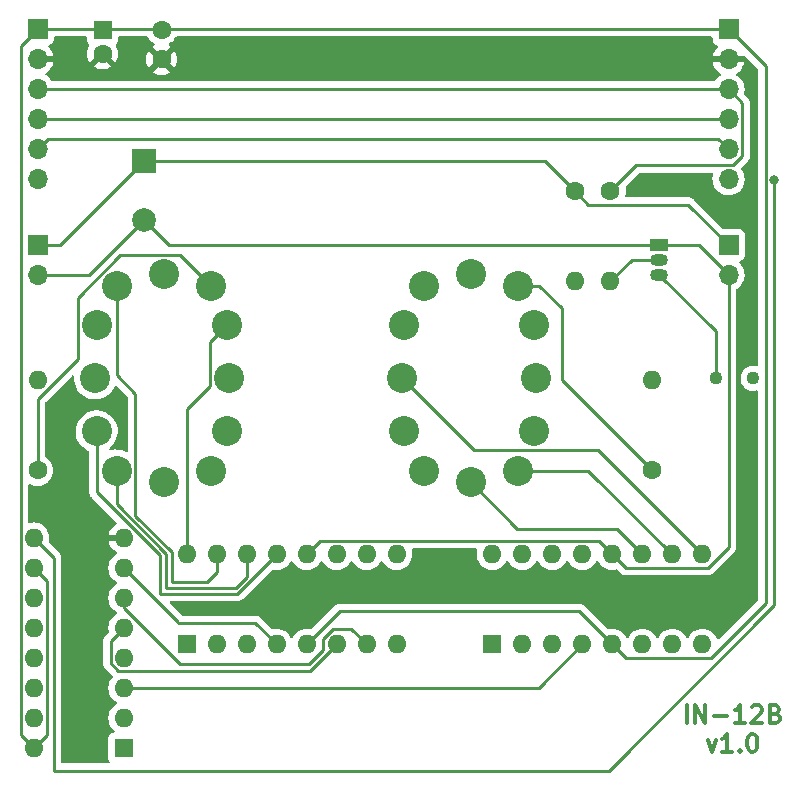
<source format=gbr>
%TF.GenerationSoftware,KiCad,Pcbnew,(6.0.9)*%
%TF.CreationDate,2022-12-23T11:45:04+05:30*%
%TF.ProjectId,IN-12 Panel,494e2d31-3220-4506-916e-656c2e6b6963,1.0*%
%TF.SameCoordinates,Original*%
%TF.FileFunction,Copper,L1,Top*%
%TF.FilePolarity,Positive*%
%FSLAX46Y46*%
G04 Gerber Fmt 4.6, Leading zero omitted, Abs format (unit mm)*
G04 Created by KiCad (PCBNEW (6.0.9)) date 2022-12-23 11:45:04*
%MOMM*%
%LPD*%
G01*
G04 APERTURE LIST*
%ADD10C,0.300000*%
%TA.AperFunction,NonConductor*%
%ADD11C,0.300000*%
%TD*%
%TA.AperFunction,ComponentPad*%
%ADD12C,2.540000*%
%TD*%
%TA.AperFunction,ComponentPad*%
%ADD13C,1.600000*%
%TD*%
%TA.AperFunction,ComponentPad*%
%ADD14O,1.600000X1.600000*%
%TD*%
%TA.AperFunction,ComponentPad*%
%ADD15R,1.700000X1.700000*%
%TD*%
%TA.AperFunction,ComponentPad*%
%ADD16O,1.700000X1.700000*%
%TD*%
%TA.AperFunction,ComponentPad*%
%ADD17R,2.000000X2.000000*%
%TD*%
%TA.AperFunction,ComponentPad*%
%ADD18C,2.000000*%
%TD*%
%TA.AperFunction,ComponentPad*%
%ADD19R,1.600000X1.600000*%
%TD*%
%TA.AperFunction,ComponentPad*%
%ADD20R,1.500000X1.050000*%
%TD*%
%TA.AperFunction,ComponentPad*%
%ADD21O,1.500000X1.050000*%
%TD*%
%TA.AperFunction,ComponentPad*%
%ADD22C,1.107440*%
%TD*%
%TA.AperFunction,ViaPad*%
%ADD23C,0.800000*%
%TD*%
%TA.AperFunction,Conductor*%
%ADD24C,0.250000*%
%TD*%
G04 APERTURE END LIST*
D10*
D11*
X176475981Y-119201071D02*
X176475981Y-117701071D01*
X177190267Y-119201071D02*
X177190267Y-117701071D01*
X178047410Y-119201071D01*
X178047410Y-117701071D01*
X178761696Y-118629642D02*
X179904553Y-118629642D01*
X181404553Y-119201071D02*
X180547410Y-119201071D01*
X180975981Y-119201071D02*
X180975981Y-117701071D01*
X180833124Y-117915357D01*
X180690267Y-118058214D01*
X180547410Y-118129642D01*
X181975981Y-117843928D02*
X182047410Y-117772500D01*
X182190267Y-117701071D01*
X182547410Y-117701071D01*
X182690267Y-117772500D01*
X182761696Y-117843928D01*
X182833124Y-117986785D01*
X182833124Y-118129642D01*
X182761696Y-118343928D01*
X181904553Y-119201071D01*
X182833124Y-119201071D01*
X183975981Y-118415357D02*
X184190267Y-118486785D01*
X184261696Y-118558214D01*
X184333124Y-118701071D01*
X184333124Y-118915357D01*
X184261696Y-119058214D01*
X184190267Y-119129642D01*
X184047410Y-119201071D01*
X183475981Y-119201071D01*
X183475981Y-117701071D01*
X183975981Y-117701071D01*
X184118839Y-117772500D01*
X184190267Y-117843928D01*
X184261696Y-117986785D01*
X184261696Y-118129642D01*
X184190267Y-118272500D01*
X184118839Y-118343928D01*
X183975981Y-118415357D01*
X183475981Y-118415357D01*
X178225981Y-120616071D02*
X178583124Y-121616071D01*
X178940267Y-120616071D01*
X180297410Y-121616071D02*
X179440267Y-121616071D01*
X179868839Y-121616071D02*
X179868839Y-120116071D01*
X179725981Y-120330357D01*
X179583124Y-120473214D01*
X179440267Y-120544642D01*
X180940267Y-121473214D02*
X181011696Y-121544642D01*
X180940267Y-121616071D01*
X180868839Y-121544642D01*
X180940267Y-121473214D01*
X180940267Y-121616071D01*
X181940267Y-120116071D02*
X182083124Y-120116071D01*
X182225981Y-120187500D01*
X182297410Y-120258928D01*
X182368839Y-120401785D01*
X182440267Y-120687500D01*
X182440267Y-121044642D01*
X182368839Y-121330357D01*
X182297410Y-121473214D01*
X182225981Y-121544642D01*
X182083124Y-121616071D01*
X181940267Y-121616071D01*
X181797410Y-121544642D01*
X181725981Y-121473214D01*
X181654553Y-121330357D01*
X181583124Y-121044642D01*
X181583124Y-120687500D01*
X181654553Y-120401785D01*
X181725981Y-120258928D01*
X181797410Y-120187500D01*
X181940267Y-120116071D01*
D12*
%TO.P,N2,LHDP,LHDP*%
%TO.N,unconnected-(N2-PadLHDP)*%
X158182500Y-81183660D03*
%TO.P,N2,A,A*%
%TO.N,Net-(N2-PadA)*%
X162180460Y-82184420D03*
%TO.P,N2,9,9*%
%TO.N,Net-(M2-Pad2)*%
X163673980Y-90000000D03*
%TO.P,N2,8,8*%
%TO.N,Net-(M2-Pad1)*%
X163546980Y-94498340D03*
%TO.P,N2,7,7*%
%TO.N,Net-(M2-Pad10)*%
X162180460Y-97815580D03*
%TO.P,N2,6,6*%
%TO.N,Net-(M2-Pad11)*%
X158182500Y-98816340D03*
%TO.P,N2,5,5*%
%TO.N,Net-(M2-Pad14)*%
X154184540Y-97815580D03*
%TO.P,N2,4,4*%
%TO.N,Net-(M2-Pad13)*%
X152500520Y-94498340D03*
%TO.P,N2,3,3*%
%TO.N,Net-(M2-Pad9)*%
X152373520Y-90000000D03*
%TO.P,N2,2,2*%
%TO.N,Net-(M2-Pad8)*%
X152500520Y-85501660D03*
%TO.P,N2,1,1*%
%TO.N,Net-(M2-Pad15)*%
X154184540Y-82184420D03*
%TO.P,N2,0,0*%
%TO.N,Net-(M2-Pad16)*%
X163546980Y-85501660D03*
%TD*%
%TO.P,N1,0,0*%
%TO.N,Net-(M1-Pad16)*%
X137546980Y-85501660D03*
%TO.P,N1,1,1*%
%TO.N,Net-(M1-Pad15)*%
X128184540Y-82184420D03*
%TO.P,N1,2,2*%
%TO.N,Net-(M1-Pad8)*%
X126500520Y-85501660D03*
%TO.P,N1,3,3*%
%TO.N,Net-(M1-Pad9)*%
X126373520Y-90000000D03*
%TO.P,N1,4,4*%
%TO.N,Net-(M1-Pad13)*%
X126500520Y-94498340D03*
%TO.P,N1,5,5*%
%TO.N,Net-(M1-Pad14)*%
X128184540Y-97815580D03*
%TO.P,N1,6,6*%
%TO.N,Net-(M1-Pad11)*%
X132182500Y-98816340D03*
%TO.P,N1,7,7*%
%TO.N,Net-(M1-Pad10)*%
X136180460Y-97815580D03*
%TO.P,N1,8,8*%
%TO.N,Net-(M1-Pad1)*%
X137546980Y-94498340D03*
%TO.P,N1,9,9*%
%TO.N,Net-(M1-Pad2)*%
X137673980Y-90000000D03*
%TO.P,N1,A,A*%
%TO.N,Net-(N1-PadA)*%
X136180460Y-82184420D03*
%TO.P,N1,LHDP,LHDP*%
%TO.N,unconnected-(N1-PadLHDP)*%
X132182500Y-81183660D03*
%TD*%
D13*
%TO.P,R3,1*%
%TO.N,Net-(N1-PadA)*%
X121500000Y-97810000D03*
D14*
%TO.P,R3,2*%
%TO.N,+180V*%
X121500000Y-90190000D03*
%TD*%
D13*
%TO.P,R1,1*%
%TO.N,/NBLB{slash}INS1{slash}IN3*%
X170000000Y-74190000D03*
D14*
%TO.P,R1,2*%
%TO.N,Net-(Q1-Pad2)*%
X170000000Y-81810000D03*
%TD*%
D15*
%TO.P,J4,1,Pin_1*%
%TO.N,VCC*%
X121500000Y-60420000D03*
D16*
%TO.P,J4,2,Pin_2*%
%TO.N,GND*%
X121500000Y-62960000D03*
%TO.P,J4,3,Pin_3*%
%TO.N,/NBLB{slash}INS1{slash}IN3*%
X121500000Y-65500000D03*
%TO.P,J4,4,Pin_4*%
%TO.N,/RCLK*%
X121500000Y-68040000D03*
%TO.P,J4,5,Pin_5*%
%TO.N,/SRCLK*%
X121500000Y-70580000D03*
%TO.P,J4,6,Pin_6*%
%TO.N,/SERIN*%
X121500000Y-73120000D03*
%TD*%
D15*
%TO.P,J1,1,Pin_1*%
%TO.N,+180V*%
X180000000Y-78725000D03*
D16*
%TO.P,J1,2,Pin_2*%
%TO.N,GND1*%
X180000000Y-81265000D03*
%TD*%
D15*
%TO.P,J2,1,Pin_1*%
%TO.N,+180V*%
X121500000Y-78725000D03*
D16*
%TO.P,J2,2,Pin_2*%
%TO.N,GND1*%
X121500000Y-81265000D03*
%TD*%
D17*
%TO.P,C1,1*%
%TO.N,+180V*%
X130500000Y-71632323D03*
D18*
%TO.P,C1,2*%
%TO.N,GND1*%
X130500000Y-76632323D03*
%TD*%
D13*
%TO.P,C2,1*%
%TO.N,GND*%
X132000000Y-63000000D03*
%TO.P,C2,2*%
%TO.N,VCC*%
X132000000Y-60500000D03*
%TD*%
D15*
%TO.P,J3,1,Pin_1*%
%TO.N,VCC*%
X180000000Y-60460000D03*
D16*
%TO.P,J3,2,Pin_2*%
%TO.N,GND*%
X180000000Y-63000000D03*
%TO.P,J3,3,Pin_3*%
%TO.N,/NBLB{slash}INS1{slash}IN3*%
X180000000Y-65540000D03*
%TO.P,J3,4,Pin_4*%
%TO.N,/RCLK*%
X180000000Y-68080000D03*
%TO.P,J3,5,Pin_5*%
%TO.N,/SRCLK*%
X180000000Y-70620000D03*
%TO.P,J3,6,Pin_6*%
%TO.N,/SEROUT*%
X180000000Y-73160000D03*
%TD*%
D13*
%TO.P,R4,1*%
%TO.N,Net-(N2-PadA)*%
X173500000Y-97810000D03*
D14*
%TO.P,R4,2*%
%TO.N,+180V*%
X173500000Y-90190000D03*
%TD*%
D19*
%TO.P,C3,1*%
%TO.N,VCC*%
X127000000Y-60544888D03*
D13*
%TO.P,C3,2*%
%TO.N,GND*%
X127000000Y-62544888D03*
%TD*%
%TO.P,R2,1*%
%TO.N,+180V*%
X167000000Y-74190000D03*
D14*
%TO.P,R2,2*%
%TO.N,Net-(N3-PadA)*%
X167000000Y-81810000D03*
%TD*%
%TO.P,U1,16,VCC*%
%TO.N,VCC*%
X121180000Y-121305000D03*
%TO.P,U1,15,QA*%
%TO.N,/QA*%
X121180000Y-118765000D03*
%TO.P,U1,14,SER*%
%TO.N,/SERIN*%
X121180000Y-116225000D03*
%TO.P,U1,13,~{OE}*%
%TO.N,GND*%
X121180000Y-113685000D03*
%TO.P,U1,12,RCLK*%
%TO.N,/RCLK*%
X121180000Y-111145000D03*
%TO.P,U1,11,SRCLK*%
%TO.N,/SRCLK*%
X121180000Y-108605000D03*
%TO.P,U1,10,~{SRCLR}*%
%TO.N,VCC*%
X121180000Y-106065000D03*
%TO.P,U1,9,QH'*%
%TO.N,/SEROUT*%
X121180000Y-103525000D03*
%TO.P,U1,8,GND*%
%TO.N,GND*%
X128800000Y-103525000D03*
%TO.P,U1,7,QH*%
%TO.N,/QH*%
X128800000Y-106065000D03*
%TO.P,U1,6,QG*%
%TO.N,/QG*%
X128800000Y-108605000D03*
%TO.P,U1,5,QF*%
%TO.N,/QF*%
X128800000Y-111145000D03*
%TO.P,U1,4,QE*%
%TO.N,/QE*%
X128800000Y-113685000D03*
%TO.P,U1,3,QD*%
%TO.N,/QD*%
X128800000Y-116225000D03*
%TO.P,U1,2,QC*%
%TO.N,/QC*%
X128800000Y-118765000D03*
D19*
%TO.P,U1,1,QB*%
%TO.N,/QB*%
X128800000Y-121305000D03*
%TD*%
D20*
%TO.P,Q1,1,E*%
%TO.N,GND1*%
X174140000Y-78730000D03*
D21*
%TO.P,Q1,2,B*%
%TO.N,Net-(Q1-Pad2)*%
X174140000Y-80000000D03*
%TO.P,Q1,3,C*%
%TO.N,Net-(N3-PadK)*%
X174140000Y-81270000D03*
%TD*%
D22*
%TO.P,N3,A,A*%
%TO.N,Net-(N3-PadA)*%
X182087500Y-90000000D03*
%TO.P,N3,K,K*%
%TO.N,Net-(N3-PadK)*%
X178912500Y-90000000D03*
%TD*%
D14*
%TO.P,M2,16,0*%
%TO.N,Net-(M2-Pad16)*%
X159993839Y-104910000D03*
%TO.P,M2,15,1*%
%TO.N,Net-(M2-Pad15)*%
X162533839Y-104910000D03*
%TO.P,M2,14,5*%
%TO.N,Net-(M2-Pad14)*%
X165073839Y-104910000D03*
%TO.P,M2,13,4*%
%TO.N,Net-(M2-Pad13)*%
X167613839Y-104910000D03*
%TO.P,M2,12,GND*%
%TO.N,GND1*%
X170153839Y-104910000D03*
%TO.P,M2,11,6*%
%TO.N,Net-(M2-Pad11)*%
X172693839Y-104910000D03*
%TO.P,M2,10,7*%
%TO.N,Net-(M2-Pad10)*%
X175233839Y-104910000D03*
%TO.P,M2,9,3*%
%TO.N,Net-(M2-Pad9)*%
X177773839Y-104910000D03*
%TO.P,M2,8,2*%
%TO.N,Net-(M2-Pad8)*%
X177773839Y-112530000D03*
%TO.P,M2,7,C*%
%TO.N,/QC*%
X175233839Y-112530000D03*
%TO.P,M2,6,B*%
%TO.N,/QB*%
X172693839Y-112530000D03*
%TO.P,M2,5,VCC*%
%TO.N,VCC*%
X170153839Y-112530000D03*
%TO.P,M2,4,D*%
%TO.N,/QD*%
X167613839Y-112530000D03*
%TO.P,M2,3,A*%
%TO.N,/QA*%
X165073839Y-112530000D03*
%TO.P,M2,2,9*%
%TO.N,Net-(M2-Pad2)*%
X162533839Y-112530000D03*
D19*
%TO.P,M2,1,8*%
%TO.N,Net-(M2-Pad1)*%
X159993839Y-112530000D03*
%TD*%
D14*
%TO.P,M1,16,0*%
%TO.N,Net-(M1-Pad16)*%
X134118839Y-104910000D03*
%TO.P,M1,15,1*%
%TO.N,Net-(M1-Pad15)*%
X136658839Y-104910000D03*
%TO.P,M1,14,5*%
%TO.N,Net-(M1-Pad14)*%
X139198839Y-104910000D03*
%TO.P,M1,13,4*%
%TO.N,Net-(M1-Pad13)*%
X141738839Y-104910000D03*
%TO.P,M1,12,GND*%
%TO.N,GND1*%
X144278839Y-104910000D03*
%TO.P,M1,11,6*%
%TO.N,Net-(M1-Pad11)*%
X146818839Y-104910000D03*
%TO.P,M1,10,7*%
%TO.N,Net-(M1-Pad10)*%
X149358839Y-104910000D03*
%TO.P,M1,9,3*%
%TO.N,Net-(M1-Pad9)*%
X151898839Y-104910000D03*
%TO.P,M1,8,2*%
%TO.N,Net-(M1-Pad8)*%
X151898839Y-112530000D03*
%TO.P,M1,7,C*%
%TO.N,/QG*%
X149358839Y-112530000D03*
%TO.P,M1,6,B*%
%TO.N,/QF*%
X146818839Y-112530000D03*
%TO.P,M1,5,VCC*%
%TO.N,VCC*%
X144278839Y-112530000D03*
%TO.P,M1,4,D*%
%TO.N,/QH*%
X141738839Y-112530000D03*
%TO.P,M1,3,A*%
%TO.N,/QE*%
X139198839Y-112530000D03*
%TO.P,M1,2,9*%
%TO.N,Net-(M1-Pad2)*%
X136658839Y-112530000D03*
D19*
%TO.P,M1,1,8*%
%TO.N,Net-(M1-Pad1)*%
X134118839Y-112530000D03*
%TD*%
D23*
%TO.N,/SEROUT*%
X183868839Y-73230000D03*
%TD*%
D24*
%TO.N,Net-(M1-Pad15)*%
X128184540Y-89749501D02*
X128184540Y-82184420D01*
X129779540Y-91344501D02*
X128184540Y-89749501D01*
X129779540Y-101640757D02*
X129779540Y-91344501D01*
X132868839Y-104730056D02*
X129779540Y-101640757D01*
X132868839Y-107230000D02*
X132868839Y-104730056D01*
X135868839Y-107230000D02*
X132868839Y-107230000D01*
X136658839Y-106440000D02*
X135868839Y-107230000D01*
X136658839Y-104910000D02*
X136658839Y-106440000D01*
%TO.N,Net-(M1-Pad14)*%
X132368839Y-104866452D02*
X128184540Y-100682153D01*
X138282443Y-107730000D02*
X132368839Y-107730000D01*
X132368839Y-107730000D02*
X132368839Y-104866452D01*
X139198839Y-106813604D02*
X138282443Y-107730000D01*
X139198839Y-104910000D02*
X139198839Y-106813604D01*
X128184540Y-100682153D02*
X128184540Y-97815580D01*
%TO.N,Net-(M1-Pad13)*%
X126500520Y-99634529D02*
X126500520Y-94498340D01*
X131868839Y-108230000D02*
X131868839Y-105002848D01*
X131868839Y-105002848D02*
X126500520Y-99634529D01*
X138418839Y-108230000D02*
X131868839Y-108230000D01*
X141738839Y-104910000D02*
X138418839Y-108230000D01*
%TO.N,Net-(M1-Pad16)*%
X134118839Y-92620812D02*
X136078980Y-90660671D01*
X134118839Y-104910000D02*
X134118839Y-92620812D01*
X136078980Y-90660671D02*
X136078980Y-86969660D01*
X136078980Y-86969660D02*
X137546980Y-85501660D01*
%TO.N,Net-(M2-Pad11)*%
X170513839Y-102730000D02*
X172693839Y-104910000D01*
X162096160Y-102730000D02*
X170513839Y-102730000D01*
X158182500Y-98816340D02*
X162096160Y-102730000D01*
%TO.N,Net-(M2-Pad10)*%
X168139419Y-97815580D02*
X162180460Y-97815580D01*
X175233839Y-104910000D02*
X168139419Y-97815580D01*
%TO.N,Net-(M2-Pad9)*%
X168957179Y-96093340D02*
X158466860Y-96093340D01*
X158466860Y-96093340D02*
X152373520Y-90000000D01*
X177773839Y-104910000D02*
X168957179Y-96093340D01*
%TO.N,/SEROUT*%
X183868839Y-109230000D02*
X183868839Y-73230000D01*
X169868839Y-123230000D02*
X183868839Y-109230000D01*
X122868839Y-123230000D02*
X169868839Y-123230000D01*
%TO.N,/QH*%
X139938839Y-110730000D02*
X141738839Y-112530000D01*
X133368839Y-110633839D02*
X133368839Y-110730000D01*
X128800000Y-106065000D02*
X133368839Y-110633839D01*
X133368839Y-110730000D02*
X139938839Y-110730000D01*
%TO.N,/QG*%
X148058839Y-111230000D02*
X149358839Y-112530000D01*
X145675641Y-113036802D02*
X145675641Y-112082207D01*
X144482443Y-114230000D02*
X145675641Y-113036802D01*
X133568839Y-114230000D02*
X144482443Y-114230000D01*
X128800000Y-109461161D02*
X133568839Y-114230000D01*
X145675641Y-112082207D02*
X146527848Y-111230000D01*
X146527848Y-111230000D02*
X148058839Y-111230000D01*
X128800000Y-108605000D02*
X128800000Y-109461161D01*
%TO.N,VCC*%
X167353839Y-109730000D02*
X170153839Y-112530000D01*
X147078839Y-109730000D02*
X167353839Y-109730000D01*
X144278839Y-112530000D02*
X147078839Y-109730000D01*
%TO.N,/QF*%
X144538839Y-114810000D02*
X146818839Y-112530000D01*
X127675000Y-114150991D02*
X128334009Y-114810000D01*
X128800000Y-111145000D02*
X127675000Y-112270000D01*
X127675000Y-112270000D02*
X127675000Y-114150991D01*
X128334009Y-114810000D02*
X144538839Y-114810000D01*
%TO.N,/QD*%
X163918839Y-116225000D02*
X167613839Y-112530000D01*
X128800000Y-116225000D02*
X163918839Y-116225000D01*
%TO.N,Net-(Q1-Pad2)*%
X171810000Y-80000000D02*
X174140000Y-80000000D01*
X170000000Y-81810000D02*
X171810000Y-80000000D01*
%TO.N,Net-(N1-PadA)*%
X128510179Y-79588660D02*
X133584700Y-79588660D01*
X124883839Y-88397152D02*
X124883839Y-83215000D01*
X124883839Y-83215000D02*
X128510179Y-79588660D01*
X121500000Y-91780991D02*
X124883839Y-88397152D01*
X121500000Y-97810000D02*
X121500000Y-91780991D01*
X133584700Y-79588660D02*
X136180460Y-82184420D01*
%TO.N,Net-(N2-PadA)*%
X163976511Y-82184420D02*
X162180460Y-82184420D01*
X165868839Y-84076748D02*
X163976511Y-82184420D01*
X173500000Y-97810000D02*
X165868839Y-90178839D01*
X165868839Y-90178839D02*
X165868839Y-84076748D01*
%TO.N,GND1*%
X145403839Y-103785000D02*
X144278839Y-104910000D01*
X170153839Y-104910000D02*
X169028839Y-103785000D01*
X169028839Y-103785000D02*
X145403839Y-103785000D01*
X171278839Y-106035000D02*
X170153839Y-104910000D01*
X178239830Y-106035000D02*
X171278839Y-106035000D01*
X180000000Y-104274830D02*
X178239830Y-106035000D01*
X180000000Y-81265000D02*
X180000000Y-104274830D01*
%TO.N,VCC*%
X183143839Y-109005000D02*
X183143839Y-63603839D01*
X178493839Y-113655000D02*
X183143839Y-109005000D01*
X171278839Y-113655000D02*
X178493839Y-113655000D01*
X170153839Y-112530000D02*
X171278839Y-113655000D01*
X183143839Y-63603839D02*
X180000000Y-60460000D01*
%TO.N,Net-(N3-PadK)*%
X178912500Y-86042500D02*
X174140000Y-81270000D01*
X178912500Y-90000000D02*
X178912500Y-86042500D01*
%TO.N,GND1*%
X177465000Y-78730000D02*
X180000000Y-81265000D01*
X174140000Y-78730000D02*
X177465000Y-78730000D01*
X132597677Y-78730000D02*
X174140000Y-78730000D01*
X130500000Y-76632323D02*
X132597677Y-78730000D01*
%TO.N,/SEROUT*%
X122868839Y-105213839D02*
X122868839Y-123230000D01*
X121180000Y-103525000D02*
X122868839Y-105213839D01*
%TO.N,+180V*%
X176590000Y-75315000D02*
X180000000Y-78725000D01*
X168125000Y-75315000D02*
X176590000Y-75315000D01*
X167000000Y-74190000D02*
X168125000Y-75315000D01*
X164442323Y-71632323D02*
X167000000Y-74190000D01*
X130500000Y-71632323D02*
X164442323Y-71632323D01*
%TO.N,GND1*%
X125867323Y-81265000D02*
X130500000Y-76632323D01*
X121500000Y-81265000D02*
X125867323Y-81265000D01*
%TO.N,+180V*%
X123407323Y-78725000D02*
X130500000Y-71632323D01*
X121500000Y-78725000D02*
X123407323Y-78725000D01*
%TO.N,/NBLB{slash}INS1{slash}IN3*%
X180368839Y-71985000D02*
X172205000Y-71985000D01*
X181175000Y-66715000D02*
X181175000Y-71178839D01*
X172205000Y-71985000D02*
X170000000Y-74190000D01*
X180000000Y-65540000D02*
X181175000Y-66715000D01*
X181175000Y-71178839D02*
X180368839Y-71985000D01*
%TO.N,/SRCLK*%
X122350000Y-69730000D02*
X179110000Y-69730000D01*
X179110000Y-69730000D02*
X180000000Y-70620000D01*
X121500000Y-70580000D02*
X122350000Y-69730000D01*
%TO.N,/RCLK*%
X179960000Y-68040000D02*
X180000000Y-68080000D01*
X121500000Y-68040000D02*
X179960000Y-68040000D01*
%TO.N,/NBLB{slash}INS1{slash}IN3*%
X179960000Y-65500000D02*
X180000000Y-65540000D01*
X121500000Y-65500000D02*
X179960000Y-65500000D01*
%TO.N,VCC*%
X122305000Y-107190000D02*
X121180000Y-106065000D01*
X122305000Y-120180000D02*
X122305000Y-107190000D01*
X121180000Y-121305000D02*
X122305000Y-120180000D01*
X120055000Y-61865000D02*
X120055000Y-120180000D01*
X120055000Y-120180000D02*
X121180000Y-121305000D01*
X121500000Y-60420000D02*
X120055000Y-61865000D01*
X179960000Y-60420000D02*
X180000000Y-60460000D01*
X121500000Y-60420000D02*
X179960000Y-60420000D01*
%TD*%
%TA.AperFunction,Conductor*%
%TO.N,GND*%
G36*
X124515008Y-89766055D02*
G01*
X124571843Y-89808602D01*
X124596654Y-89875122D01*
X124596341Y-89896734D01*
X124593141Y-89928515D01*
X124590644Y-89953314D01*
X124590868Y-89957980D01*
X124590868Y-89957985D01*
X124593038Y-90003160D01*
X124603327Y-90217352D01*
X124629112Y-90346984D01*
X124653847Y-90471330D01*
X124654898Y-90476616D01*
X124656477Y-90481014D01*
X124656479Y-90481021D01*
X124724438Y-90670301D01*
X124744224Y-90725410D01*
X124746441Y-90729536D01*
X124827003Y-90879469D01*
X124869342Y-90958267D01*
X124872137Y-90962011D01*
X124872139Y-90962013D01*
X125024712Y-91166333D01*
X125027505Y-91170073D01*
X125030812Y-91173351D01*
X125030817Y-91173357D01*
X125188682Y-91329849D01*
X125215238Y-91356174D01*
X125219005Y-91358936D01*
X125219006Y-91358937D01*
X125351315Y-91455950D01*
X125428416Y-91512483D01*
X125432551Y-91514659D01*
X125432555Y-91514661D01*
X125474498Y-91536728D01*
X125662356Y-91635565D01*
X125911920Y-91722716D01*
X125916513Y-91723588D01*
X126167035Y-91771151D01*
X126167038Y-91771151D01*
X126171624Y-91772022D01*
X126303693Y-91777211D01*
X126431095Y-91782218D01*
X126431101Y-91782218D01*
X126435763Y-91782401D01*
X126698535Y-91753622D01*
X126703046Y-91752434D01*
X126703048Y-91752434D01*
X126949644Y-91687511D01*
X126949646Y-91687510D01*
X126954167Y-91686320D01*
X126958464Y-91684474D01*
X127192749Y-91583817D01*
X127192751Y-91583816D01*
X127197043Y-91581972D01*
X127421827Y-91442871D01*
X127476277Y-91396776D01*
X127620016Y-91275093D01*
X127620018Y-91275091D01*
X127623583Y-91272073D01*
X127797876Y-91073329D01*
X127822981Y-91034300D01*
X127938351Y-90854936D01*
X127940879Y-90851006D01*
X127976010Y-90773018D01*
X128005459Y-90707645D01*
X128051675Y-90653751D01*
X128119692Y-90633398D01*
X128187915Y-90653048D01*
X128209436Y-90670301D01*
X129109135Y-91570000D01*
X129143161Y-91632312D01*
X129146040Y-91659095D01*
X129146040Y-96104022D01*
X129126038Y-96172143D01*
X129072382Y-96218636D01*
X129002108Y-96228740D01*
X128964316Y-96217029D01*
X128852646Y-96161960D01*
X128795690Y-96143728D01*
X128631374Y-96091130D01*
X128600887Y-96081371D01*
X128423532Y-96052487D01*
X128344593Y-96039631D01*
X128344592Y-96039631D01*
X128339981Y-96038880D01*
X128207821Y-96037150D01*
X128080338Y-96035481D01*
X128080335Y-96035481D01*
X128075661Y-96035420D01*
X127813732Y-96071066D01*
X127809240Y-96072375D01*
X127809232Y-96072377D01*
X127744894Y-96091130D01*
X127673898Y-96090989D01*
X127614248Y-96052487D01*
X127584883Y-95987848D01*
X127595127Y-95917594D01*
X127628225Y-95873996D01*
X127747016Y-95773433D01*
X127747018Y-95773431D01*
X127750583Y-95770413D01*
X127924876Y-95571669D01*
X127927885Y-95566992D01*
X128065351Y-95353276D01*
X128067879Y-95349346D01*
X128176450Y-95108328D01*
X128248203Y-94853910D01*
X128281563Y-94591680D01*
X128284007Y-94498340D01*
X128264417Y-94234724D01*
X128206077Y-93976899D01*
X128190548Y-93936966D01*
X128111962Y-93734882D01*
X128111961Y-93734880D01*
X128110269Y-93730529D01*
X128084055Y-93684663D01*
X127981417Y-93505085D01*
X127979098Y-93501027D01*
X127815445Y-93293434D01*
X127622905Y-93112310D01*
X127585732Y-93086522D01*
X127409546Y-92964298D01*
X127409541Y-92964295D01*
X127405708Y-92961636D01*
X127401517Y-92959569D01*
X127172814Y-92846785D01*
X127172811Y-92846784D01*
X127168626Y-92844720D01*
X127111670Y-92826488D01*
X126921312Y-92765554D01*
X126921314Y-92765554D01*
X126916867Y-92764131D01*
X126774345Y-92740920D01*
X126660573Y-92722391D01*
X126660572Y-92722391D01*
X126655961Y-92721640D01*
X126523801Y-92719910D01*
X126396318Y-92718241D01*
X126396315Y-92718241D01*
X126391641Y-92718180D01*
X126129712Y-92753826D01*
X126125222Y-92755135D01*
X126125216Y-92755136D01*
X126017252Y-92786605D01*
X125875930Y-92827797D01*
X125871683Y-92829755D01*
X125871680Y-92829756D01*
X125790274Y-92867285D01*
X125635868Y-92938467D01*
X125631959Y-92941030D01*
X125418715Y-93080839D01*
X125418710Y-93080843D01*
X125414802Y-93083405D01*
X125217587Y-93259426D01*
X125048556Y-93462664D01*
X124911421Y-93688654D01*
X124809197Y-93932431D01*
X124808046Y-93936963D01*
X124808045Y-93936966D01*
X124796746Y-93981456D01*
X124744128Y-94188641D01*
X124717644Y-94451654D01*
X124717868Y-94456320D01*
X124717868Y-94456325D01*
X124720038Y-94501500D01*
X124730327Y-94715692D01*
X124781898Y-94974956D01*
X124783477Y-94979354D01*
X124783479Y-94979361D01*
X124869641Y-95219341D01*
X124871224Y-95223750D01*
X124873438Y-95227870D01*
X124873441Y-95227876D01*
X124993969Y-95452190D01*
X124996342Y-95456607D01*
X124999137Y-95460351D01*
X124999139Y-95460353D01*
X125114456Y-95614781D01*
X125154505Y-95668413D01*
X125157812Y-95671691D01*
X125157817Y-95671697D01*
X125257399Y-95770413D01*
X125342238Y-95854514D01*
X125555416Y-96010823D01*
X125559551Y-96012999D01*
X125559555Y-96013001D01*
X125785208Y-96131723D01*
X125785212Y-96131725D01*
X125789356Y-96133905D01*
X125791703Y-96134725D01*
X125845755Y-96179857D01*
X125867020Y-96249905D01*
X125867020Y-99555762D01*
X125866493Y-99566945D01*
X125864818Y-99574438D01*
X125865067Y-99582364D01*
X125865067Y-99582365D01*
X125866958Y-99642515D01*
X125867020Y-99646474D01*
X125867020Y-99674385D01*
X125867517Y-99678319D01*
X125867517Y-99678320D01*
X125867525Y-99678385D01*
X125868458Y-99690222D01*
X125869847Y-99734418D01*
X125875498Y-99753868D01*
X125879507Y-99773229D01*
X125882046Y-99793326D01*
X125884965Y-99800697D01*
X125884965Y-99800699D01*
X125898324Y-99834441D01*
X125902169Y-99845671D01*
X125914502Y-99888122D01*
X125918535Y-99894941D01*
X125918537Y-99894946D01*
X125924813Y-99905557D01*
X125933508Y-99923305D01*
X125940968Y-99942146D01*
X125945630Y-99948562D01*
X125945630Y-99948563D01*
X125966956Y-99977916D01*
X125973472Y-99987836D01*
X125995978Y-100025891D01*
X126010299Y-100040212D01*
X126023139Y-100055245D01*
X126035048Y-100071636D01*
X126041154Y-100076687D01*
X126069125Y-100099827D01*
X126077904Y-100107817D01*
X128163727Y-102193640D01*
X128197753Y-102255952D01*
X128192688Y-102326767D01*
X128150141Y-102383603D01*
X128141765Y-102389128D01*
X127960533Y-102516028D01*
X127952125Y-102523084D01*
X127798084Y-102677125D01*
X127791028Y-102685533D01*
X127666069Y-102863993D01*
X127660586Y-102873489D01*
X127568510Y-103070947D01*
X127564764Y-103081239D01*
X127518606Y-103253503D01*
X127518942Y-103267599D01*
X127526884Y-103271000D01*
X128928000Y-103271000D01*
X128996121Y-103291002D01*
X129042614Y-103344658D01*
X129054000Y-103397000D01*
X129054000Y-103653000D01*
X129033998Y-103721121D01*
X128980342Y-103767614D01*
X128928000Y-103779000D01*
X127532033Y-103779000D01*
X127518502Y-103782973D01*
X127517273Y-103791522D01*
X127564764Y-103968761D01*
X127568510Y-103979053D01*
X127660586Y-104176511D01*
X127666069Y-104186007D01*
X127791028Y-104364467D01*
X127798084Y-104372875D01*
X127952125Y-104526916D01*
X127960533Y-104533972D01*
X128138993Y-104658931D01*
X128148489Y-104664414D01*
X128183049Y-104680529D01*
X128236334Y-104727446D01*
X128255795Y-104795723D01*
X128235253Y-104863683D01*
X128183049Y-104908919D01*
X128148238Y-104925151D01*
X128148233Y-104925154D01*
X128143251Y-104927477D01*
X128085584Y-104967856D01*
X127960211Y-105055643D01*
X127960208Y-105055645D01*
X127955700Y-105058802D01*
X127793802Y-105220700D01*
X127662477Y-105408251D01*
X127660154Y-105413233D01*
X127660151Y-105413238D01*
X127568039Y-105610775D01*
X127565716Y-105615757D01*
X127506457Y-105836913D01*
X127486502Y-106065000D01*
X127506457Y-106293087D01*
X127507881Y-106298400D01*
X127507881Y-106298402D01*
X127561840Y-106499776D01*
X127565716Y-106514243D01*
X127568039Y-106519224D01*
X127568039Y-106519225D01*
X127660151Y-106716762D01*
X127660154Y-106716767D01*
X127662477Y-106721749D01*
X127727997Y-106815321D01*
X127774926Y-106882342D01*
X127793802Y-106909300D01*
X127955700Y-107071198D01*
X127960208Y-107074355D01*
X127960211Y-107074357D01*
X127963269Y-107076498D01*
X128143251Y-107202523D01*
X128148233Y-107204846D01*
X128148238Y-107204849D01*
X128182457Y-107220805D01*
X128235742Y-107267722D01*
X128255203Y-107335999D01*
X128234661Y-107403959D01*
X128182457Y-107449195D01*
X128148238Y-107465151D01*
X128148233Y-107465154D01*
X128143251Y-107467477D01*
X128038389Y-107540902D01*
X127960211Y-107595643D01*
X127960208Y-107595645D01*
X127955700Y-107598802D01*
X127793802Y-107760700D01*
X127662477Y-107948251D01*
X127660154Y-107953233D01*
X127660151Y-107953238D01*
X127568039Y-108150775D01*
X127565716Y-108155757D01*
X127506457Y-108376913D01*
X127486502Y-108605000D01*
X127506457Y-108833087D01*
X127507881Y-108838400D01*
X127507881Y-108838402D01*
X127555545Y-109016283D01*
X127565716Y-109054243D01*
X127568039Y-109059224D01*
X127568039Y-109059225D01*
X127660151Y-109256762D01*
X127660154Y-109256767D01*
X127662477Y-109261749D01*
X127711319Y-109331502D01*
X127783468Y-109434541D01*
X127793802Y-109449300D01*
X127955700Y-109611198D01*
X127960208Y-109614355D01*
X127960211Y-109614357D01*
X127993336Y-109637551D01*
X128143251Y-109742523D01*
X128148233Y-109744846D01*
X128148238Y-109744849D01*
X128182457Y-109760805D01*
X128235742Y-109807722D01*
X128255203Y-109875999D01*
X128234661Y-109943959D01*
X128182457Y-109989195D01*
X128148238Y-110005151D01*
X128148233Y-110005154D01*
X128143251Y-110007477D01*
X128068819Y-110059595D01*
X127960211Y-110135643D01*
X127960208Y-110135645D01*
X127955700Y-110138802D01*
X127793802Y-110300700D01*
X127790645Y-110305208D01*
X127790643Y-110305211D01*
X127778200Y-110322982D01*
X127662477Y-110488251D01*
X127660154Y-110493233D01*
X127660151Y-110493238D01*
X127570619Y-110685242D01*
X127565716Y-110695757D01*
X127564294Y-110701065D01*
X127564293Y-110701067D01*
X127544857Y-110773602D01*
X127506457Y-110916913D01*
X127486502Y-111145000D01*
X127506457Y-111373087D01*
X127523460Y-111436541D01*
X127521770Y-111507518D01*
X127490848Y-111558247D01*
X127282747Y-111766348D01*
X127274461Y-111773888D01*
X127267982Y-111778000D01*
X127262557Y-111783777D01*
X127221357Y-111827651D01*
X127218602Y-111830493D01*
X127198865Y-111850230D01*
X127196385Y-111853427D01*
X127188682Y-111862447D01*
X127158414Y-111894679D01*
X127154595Y-111901625D01*
X127154593Y-111901628D01*
X127148652Y-111912434D01*
X127137801Y-111928953D01*
X127125386Y-111944959D01*
X127122241Y-111952228D01*
X127122238Y-111952232D01*
X127107826Y-111985537D01*
X127102609Y-111996187D01*
X127081305Y-112034940D01*
X127079334Y-112042615D01*
X127079334Y-112042616D01*
X127076267Y-112054562D01*
X127069863Y-112073266D01*
X127061819Y-112091855D01*
X127060580Y-112099678D01*
X127060577Y-112099688D01*
X127054901Y-112135524D01*
X127052495Y-112147144D01*
X127047091Y-112168192D01*
X127041500Y-112189970D01*
X127041500Y-112210224D01*
X127039949Y-112229934D01*
X127036780Y-112249943D01*
X127037526Y-112257835D01*
X127040941Y-112293961D01*
X127041500Y-112305819D01*
X127041500Y-114072224D01*
X127040973Y-114083407D01*
X127039298Y-114090900D01*
X127039547Y-114098826D01*
X127039547Y-114098827D01*
X127041438Y-114158977D01*
X127041500Y-114162936D01*
X127041500Y-114190847D01*
X127041997Y-114194781D01*
X127041997Y-114194782D01*
X127042005Y-114194847D01*
X127042938Y-114206684D01*
X127044327Y-114250880D01*
X127049978Y-114270330D01*
X127053987Y-114289691D01*
X127054033Y-114290051D01*
X127056526Y-114309788D01*
X127059445Y-114317159D01*
X127059445Y-114317161D01*
X127072804Y-114350903D01*
X127076649Y-114362133D01*
X127088982Y-114404584D01*
X127093015Y-114411403D01*
X127093017Y-114411408D01*
X127099293Y-114422019D01*
X127107988Y-114439767D01*
X127115448Y-114458608D01*
X127120110Y-114465024D01*
X127120110Y-114465025D01*
X127141436Y-114494378D01*
X127147952Y-114504298D01*
X127170458Y-114542353D01*
X127184779Y-114556674D01*
X127197619Y-114571707D01*
X127209528Y-114588098D01*
X127215634Y-114593149D01*
X127243605Y-114616289D01*
X127252384Y-114624279D01*
X127812208Y-115184103D01*
X127846234Y-115246415D01*
X127841169Y-115317230D01*
X127812208Y-115362293D01*
X127797697Y-115376804D01*
X127797692Y-115376810D01*
X127793802Y-115380700D01*
X127662477Y-115568251D01*
X127660154Y-115573233D01*
X127660151Y-115573238D01*
X127568039Y-115770775D01*
X127565716Y-115775757D01*
X127506457Y-115996913D01*
X127486502Y-116225000D01*
X127506457Y-116453087D01*
X127507881Y-116458400D01*
X127507881Y-116458402D01*
X127560934Y-116656395D01*
X127565716Y-116674243D01*
X127568039Y-116679224D01*
X127568039Y-116679225D01*
X127660151Y-116876762D01*
X127660154Y-116876767D01*
X127662477Y-116881749D01*
X127793802Y-117069300D01*
X127955700Y-117231198D01*
X127960208Y-117234355D01*
X127960211Y-117234357D01*
X128038389Y-117289098D01*
X128143251Y-117362523D01*
X128148233Y-117364846D01*
X128148238Y-117364849D01*
X128182457Y-117380805D01*
X128235742Y-117427722D01*
X128255203Y-117495999D01*
X128234661Y-117563959D01*
X128182457Y-117609195D01*
X128148238Y-117625151D01*
X128148233Y-117625154D01*
X128143251Y-117627477D01*
X128038389Y-117700902D01*
X127960211Y-117755643D01*
X127960208Y-117755645D01*
X127955700Y-117758802D01*
X127793802Y-117920700D01*
X127662477Y-118108251D01*
X127660154Y-118113233D01*
X127660151Y-118113238D01*
X127568039Y-118310775D01*
X127565716Y-118315757D01*
X127506457Y-118536913D01*
X127486502Y-118765000D01*
X127506457Y-118993087D01*
X127565716Y-119214243D01*
X127568039Y-119219224D01*
X127568039Y-119219225D01*
X127660151Y-119416762D01*
X127660154Y-119416767D01*
X127662477Y-119421749D01*
X127793802Y-119609300D01*
X127955700Y-119771198D01*
X127960211Y-119774357D01*
X127964424Y-119777892D01*
X127963473Y-119779026D01*
X128003471Y-119829071D01*
X128010776Y-119899690D01*
X127978742Y-119963049D01*
X127917538Y-119999030D01*
X127900483Y-120002082D01*
X127889684Y-120003255D01*
X127753295Y-120054385D01*
X127636739Y-120141739D01*
X127549385Y-120258295D01*
X127498255Y-120394684D01*
X127491500Y-120456866D01*
X127491500Y-122153134D01*
X127498255Y-122215316D01*
X127549385Y-122351705D01*
X127554770Y-122358890D01*
X127554771Y-122358892D01*
X127581784Y-122394935D01*
X127606632Y-122461442D01*
X127591579Y-122530824D01*
X127541405Y-122581054D01*
X127480958Y-122596500D01*
X123628339Y-122596500D01*
X123560218Y-122576498D01*
X123513725Y-122522842D01*
X123502339Y-122470500D01*
X123502339Y-105292606D01*
X123502866Y-105281423D01*
X123504541Y-105273930D01*
X123502401Y-105205853D01*
X123502339Y-105201894D01*
X123502339Y-105173983D01*
X123501834Y-105169983D01*
X123500901Y-105158140D01*
X123500099Y-105132607D01*
X123499512Y-105113950D01*
X123493860Y-105094496D01*
X123489852Y-105075139D01*
X123488307Y-105062909D01*
X123488307Y-105062908D01*
X123487313Y-105055042D01*
X123484394Y-105047669D01*
X123471035Y-105013927D01*
X123467190Y-105002697D01*
X123457068Y-104967856D01*
X123457068Y-104967855D01*
X123454857Y-104960246D01*
X123450824Y-104953427D01*
X123450822Y-104953422D01*
X123444546Y-104942811D01*
X123435851Y-104925063D01*
X123428391Y-104906222D01*
X123402403Y-104870452D01*
X123395887Y-104860532D01*
X123377419Y-104829304D01*
X123377417Y-104829301D01*
X123373381Y-104822477D01*
X123359060Y-104808156D01*
X123346219Y-104793122D01*
X123338970Y-104783145D01*
X123334311Y-104776732D01*
X123300234Y-104748541D01*
X123291455Y-104740551D01*
X122489152Y-103938248D01*
X122455126Y-103875936D01*
X122456541Y-103816541D01*
X122472118Y-103758409D01*
X122472120Y-103758398D01*
X122473543Y-103753087D01*
X122493498Y-103525000D01*
X122473543Y-103296913D01*
X122454394Y-103225448D01*
X122415707Y-103081067D01*
X122415706Y-103081065D01*
X122414284Y-103075757D01*
X122319966Y-102873489D01*
X122319849Y-102873238D01*
X122319846Y-102873233D01*
X122317523Y-102868251D01*
X122186198Y-102680700D01*
X122024300Y-102518802D01*
X122019792Y-102515645D01*
X122019789Y-102515643D01*
X121941611Y-102460902D01*
X121836749Y-102387477D01*
X121831767Y-102385154D01*
X121831762Y-102385151D01*
X121634225Y-102293039D01*
X121634224Y-102293039D01*
X121629243Y-102290716D01*
X121623935Y-102289294D01*
X121623933Y-102289293D01*
X121413402Y-102232881D01*
X121413400Y-102232881D01*
X121408087Y-102231457D01*
X121180000Y-102211502D01*
X120951913Y-102231457D01*
X120847110Y-102259539D01*
X120776135Y-102257849D01*
X120717339Y-102218055D01*
X120689391Y-102152791D01*
X120688500Y-102137832D01*
X120688500Y-99073142D01*
X120708502Y-99005021D01*
X120762158Y-98958528D01*
X120832432Y-98948424D01*
X120867750Y-98958947D01*
X120925022Y-98985653D01*
X121050757Y-99044284D01*
X121056065Y-99045706D01*
X121056067Y-99045707D01*
X121266598Y-99102119D01*
X121266600Y-99102119D01*
X121271913Y-99103543D01*
X121500000Y-99123498D01*
X121728087Y-99103543D01*
X121733400Y-99102119D01*
X121733402Y-99102119D01*
X121943933Y-99045707D01*
X121943935Y-99045706D01*
X121949243Y-99044284D01*
X121962119Y-99038280D01*
X122151762Y-98949849D01*
X122151767Y-98949846D01*
X122156749Y-98947523D01*
X122311500Y-98839165D01*
X122339789Y-98819357D01*
X122339792Y-98819355D01*
X122344300Y-98816198D01*
X122506198Y-98654300D01*
X122637523Y-98466749D01*
X122639846Y-98461767D01*
X122639849Y-98461762D01*
X122731961Y-98264225D01*
X122731961Y-98264224D01*
X122734284Y-98259243D01*
X122737802Y-98246116D01*
X122792119Y-98043402D01*
X122792119Y-98043400D01*
X122793543Y-98038087D01*
X122813498Y-97810000D01*
X122793543Y-97581913D01*
X122792117Y-97576591D01*
X122735707Y-97366067D01*
X122735706Y-97366065D01*
X122734284Y-97360757D01*
X122723193Y-97336972D01*
X122639849Y-97158238D01*
X122639846Y-97158233D01*
X122637523Y-97153251D01*
X122558497Y-97040391D01*
X122509357Y-96970211D01*
X122509355Y-96970208D01*
X122506198Y-96965700D01*
X122344300Y-96803802D01*
X122339792Y-96800645D01*
X122339789Y-96800643D01*
X122187229Y-96693819D01*
X122142901Y-96638362D01*
X122133500Y-96590606D01*
X122133500Y-92095585D01*
X122153502Y-92027464D01*
X122170405Y-92006490D01*
X124381880Y-89795016D01*
X124444192Y-89760990D01*
X124515008Y-89766055D01*
G37*
%TD.AperFunction*%
%TA.AperFunction,Conductor*%
G36*
X125633621Y-61073502D02*
G01*
X125680114Y-61127158D01*
X125691500Y-61179500D01*
X125691500Y-61393022D01*
X125698255Y-61455204D01*
X125749385Y-61591593D01*
X125781444Y-61634369D01*
X125831355Y-61700966D01*
X125831358Y-61700969D01*
X125836739Y-61708149D01*
X125843919Y-61713530D01*
X125850270Y-61719881D01*
X125848128Y-61722023D01*
X125881564Y-61766734D01*
X125886594Y-61837552D01*
X125868477Y-61878923D01*
X125868818Y-61879120D01*
X125867048Y-61882186D01*
X125866701Y-61882978D01*
X125866071Y-61883877D01*
X125860586Y-61893377D01*
X125768510Y-62090835D01*
X125764764Y-62101127D01*
X125708375Y-62311576D01*
X125706472Y-62322369D01*
X125687483Y-62539413D01*
X125687483Y-62550363D01*
X125706472Y-62767407D01*
X125708375Y-62778200D01*
X125764764Y-62988649D01*
X125768510Y-62998941D01*
X125860586Y-63196399D01*
X125866069Y-63205894D01*
X125902509Y-63257936D01*
X125912988Y-63266312D01*
X125926434Y-63259244D01*
X126910905Y-62274773D01*
X126973217Y-62240747D01*
X127044032Y-62245812D01*
X127089095Y-62274773D01*
X128074287Y-63259965D01*
X128086062Y-63266395D01*
X128098077Y-63257099D01*
X128133931Y-63205894D01*
X128139414Y-63196399D01*
X128228443Y-63005475D01*
X130687483Y-63005475D01*
X130706472Y-63222519D01*
X130708375Y-63233312D01*
X130764764Y-63443761D01*
X130768510Y-63454053D01*
X130860586Y-63651511D01*
X130866069Y-63661006D01*
X130902509Y-63713048D01*
X130912988Y-63721424D01*
X130926434Y-63714356D01*
X131627978Y-63012812D01*
X131634356Y-63001132D01*
X132364408Y-63001132D01*
X132364539Y-63002965D01*
X132368790Y-63009580D01*
X133074287Y-63715077D01*
X133086062Y-63721507D01*
X133098077Y-63712211D01*
X133133931Y-63661006D01*
X133139414Y-63651511D01*
X133231490Y-63454053D01*
X133235236Y-63443761D01*
X133291625Y-63233312D01*
X133293528Y-63222519D01*
X133312517Y-63005475D01*
X133312517Y-62994525D01*
X133293528Y-62777481D01*
X133291625Y-62766688D01*
X133235236Y-62556239D01*
X133231490Y-62545947D01*
X133139414Y-62348489D01*
X133133931Y-62338994D01*
X133097491Y-62286952D01*
X133087012Y-62278576D01*
X133073566Y-62285644D01*
X132372022Y-62987188D01*
X132364408Y-63001132D01*
X131634356Y-63001132D01*
X131635592Y-62998868D01*
X131635461Y-62997035D01*
X131631210Y-62990420D01*
X130925713Y-62284923D01*
X130913938Y-62278493D01*
X130901923Y-62287789D01*
X130866069Y-62338994D01*
X130860586Y-62348489D01*
X130768510Y-62545947D01*
X130764764Y-62556239D01*
X130708375Y-62766688D01*
X130706472Y-62777481D01*
X130687483Y-62994525D01*
X130687483Y-63005475D01*
X128228443Y-63005475D01*
X128231490Y-62998941D01*
X128235236Y-62988649D01*
X128291625Y-62778200D01*
X128293528Y-62767407D01*
X128312517Y-62550363D01*
X128312517Y-62539413D01*
X128293528Y-62322369D01*
X128291625Y-62311576D01*
X128235236Y-62101127D01*
X128231490Y-62090835D01*
X128139414Y-61893377D01*
X128133929Y-61883877D01*
X128133299Y-61882978D01*
X128133144Y-61882518D01*
X128131182Y-61879120D01*
X128131865Y-61878726D01*
X128110612Y-61815704D01*
X128127898Y-61746844D01*
X128150934Y-61721085D01*
X128149730Y-61719881D01*
X128156081Y-61713530D01*
X128163261Y-61708149D01*
X128168642Y-61700969D01*
X128168645Y-61700966D01*
X128218556Y-61634369D01*
X128250615Y-61591593D01*
X128301745Y-61455204D01*
X128308500Y-61393022D01*
X128308500Y-61179500D01*
X128328502Y-61111379D01*
X128382158Y-61064886D01*
X128434500Y-61053500D01*
X130734061Y-61053500D01*
X130802182Y-61073502D01*
X130848256Y-61126250D01*
X130862477Y-61156749D01*
X130918056Y-61236124D01*
X130973088Y-61314717D01*
X130993802Y-61344300D01*
X131155700Y-61506198D01*
X131160208Y-61509355D01*
X131160211Y-61509357D01*
X131214302Y-61547232D01*
X131343251Y-61637523D01*
X131348235Y-61639847D01*
X131350528Y-61641171D01*
X131399521Y-61692553D01*
X131412957Y-61762267D01*
X131386571Y-61828178D01*
X131350528Y-61859409D01*
X131338998Y-61866066D01*
X131286952Y-61902509D01*
X131278576Y-61912988D01*
X131285644Y-61926434D01*
X131987188Y-62627978D01*
X132001132Y-62635592D01*
X132002965Y-62635461D01*
X132009580Y-62631210D01*
X132715077Y-61925713D01*
X132721507Y-61913938D01*
X132712211Y-61901923D01*
X132661002Y-61866066D01*
X132649472Y-61859409D01*
X132600479Y-61808027D01*
X132587042Y-61738313D01*
X132613429Y-61672402D01*
X132649472Y-61641171D01*
X132651765Y-61639847D01*
X132656749Y-61637523D01*
X132785698Y-61547232D01*
X132839789Y-61509357D01*
X132839792Y-61509355D01*
X132844300Y-61506198D01*
X133006198Y-61344300D01*
X133026913Y-61314717D01*
X133081944Y-61236124D01*
X133137523Y-61156749D01*
X133151744Y-61126250D01*
X133198660Y-61072966D01*
X133265939Y-61053500D01*
X178515500Y-61053500D01*
X178583621Y-61073502D01*
X178630114Y-61127158D01*
X178641500Y-61179500D01*
X178641500Y-61358134D01*
X178648255Y-61420316D01*
X178699385Y-61556705D01*
X178786739Y-61673261D01*
X178903295Y-61760615D01*
X178911704Y-61763767D01*
X178911705Y-61763768D01*
X179020960Y-61804726D01*
X179077725Y-61847367D01*
X179102425Y-61913929D01*
X179087218Y-61983278D01*
X179067825Y-62009759D01*
X178944590Y-62138717D01*
X178938104Y-62146727D01*
X178818098Y-62322649D01*
X178813000Y-62331623D01*
X178723338Y-62524783D01*
X178719775Y-62534470D01*
X178664389Y-62734183D01*
X178665912Y-62742607D01*
X178678292Y-62746000D01*
X181336459Y-62746000D01*
X181336459Y-62750776D01*
X181373103Y-62750784D01*
X181426672Y-62782577D01*
X182473434Y-63829339D01*
X182507460Y-63891651D01*
X182510339Y-63918434D01*
X182510339Y-88847992D01*
X182490337Y-88916113D01*
X182436681Y-88962606D01*
X182366407Y-88972710D01*
X182347081Y-88968357D01*
X182308013Y-88956264D01*
X182308011Y-88956264D01*
X182302123Y-88954441D01*
X182295998Y-88953797D01*
X182295997Y-88953797D01*
X182101080Y-88933310D01*
X182101079Y-88933310D01*
X182094952Y-88932666D01*
X182008416Y-88940541D01*
X181893636Y-88950987D01*
X181893633Y-88950988D01*
X181887497Y-88951546D01*
X181881591Y-88953284D01*
X181881587Y-88953285D01*
X181733049Y-88997002D01*
X181687660Y-89010361D01*
X181503053Y-89106871D01*
X181340707Y-89237400D01*
X181206807Y-89396977D01*
X181203843Y-89402369D01*
X181203840Y-89402373D01*
X181141741Y-89515331D01*
X181106452Y-89579522D01*
X181104591Y-89585389D01*
X181104590Y-89585391D01*
X181074958Y-89678803D01*
X181043464Y-89778083D01*
X181020244Y-89985097D01*
X181020760Y-89991241D01*
X181035129Y-90162354D01*
X181037675Y-90192679D01*
X181044657Y-90217028D01*
X181084384Y-90355570D01*
X181095094Y-90392921D01*
X181190313Y-90578198D01*
X181194138Y-90583024D01*
X181194140Y-90583027D01*
X181315876Y-90736621D01*
X181315881Y-90736626D01*
X181319705Y-90741451D01*
X181478343Y-90876462D01*
X181660183Y-90978089D01*
X181858300Y-91042461D01*
X182065147Y-91067126D01*
X182071282Y-91066654D01*
X182071284Y-91066654D01*
X182266704Y-91051617D01*
X182266709Y-91051616D01*
X182272845Y-91051144D01*
X182278775Y-91049488D01*
X182278777Y-91049488D01*
X182347063Y-91030422D01*
X182350455Y-91029475D01*
X182421446Y-91030422D01*
X182480655Y-91069598D01*
X182509284Y-91134566D01*
X182510339Y-91150834D01*
X182510339Y-108690406D01*
X182490337Y-108758527D01*
X182473434Y-108779501D01*
X179187536Y-112065398D01*
X179125224Y-112099424D01*
X179054408Y-112094359D01*
X178997573Y-112051812D01*
X178984246Y-112029552D01*
X178913690Y-111878242D01*
X178913686Y-111878236D01*
X178911362Y-111873251D01*
X178837937Y-111768389D01*
X178783196Y-111690211D01*
X178783194Y-111690208D01*
X178780037Y-111685700D01*
X178618139Y-111523802D01*
X178613631Y-111520645D01*
X178613628Y-111520643D01*
X178494399Y-111437158D01*
X178430588Y-111392477D01*
X178425606Y-111390154D01*
X178425601Y-111390151D01*
X178228064Y-111298039D01*
X178228063Y-111298039D01*
X178223082Y-111295716D01*
X178217774Y-111294294D01*
X178217772Y-111294293D01*
X178007241Y-111237881D01*
X178007239Y-111237881D01*
X178001926Y-111236457D01*
X177773839Y-111216502D01*
X177545752Y-111236457D01*
X177540439Y-111237881D01*
X177540437Y-111237881D01*
X177329906Y-111294293D01*
X177329904Y-111294294D01*
X177324596Y-111295716D01*
X177319615Y-111298039D01*
X177319614Y-111298039D01*
X177122077Y-111390151D01*
X177122072Y-111390154D01*
X177117090Y-111392477D01*
X177053279Y-111437158D01*
X176934050Y-111520643D01*
X176934047Y-111520645D01*
X176929539Y-111523802D01*
X176767641Y-111685700D01*
X176764484Y-111690208D01*
X176764482Y-111690211D01*
X176709741Y-111768389D01*
X176636316Y-111873251D01*
X176633993Y-111878233D01*
X176633990Y-111878238D01*
X176618034Y-111912457D01*
X176571117Y-111965742D01*
X176502840Y-111985203D01*
X176434880Y-111964661D01*
X176389644Y-111912457D01*
X176373688Y-111878238D01*
X176373685Y-111878233D01*
X176371362Y-111873251D01*
X176297937Y-111768389D01*
X176243196Y-111690211D01*
X176243194Y-111690208D01*
X176240037Y-111685700D01*
X176078139Y-111523802D01*
X176073631Y-111520645D01*
X176073628Y-111520643D01*
X175954399Y-111437158D01*
X175890588Y-111392477D01*
X175885606Y-111390154D01*
X175885601Y-111390151D01*
X175688064Y-111298039D01*
X175688063Y-111298039D01*
X175683082Y-111295716D01*
X175677774Y-111294294D01*
X175677772Y-111294293D01*
X175467241Y-111237881D01*
X175467239Y-111237881D01*
X175461926Y-111236457D01*
X175233839Y-111216502D01*
X175005752Y-111236457D01*
X175000439Y-111237881D01*
X175000437Y-111237881D01*
X174789906Y-111294293D01*
X174789904Y-111294294D01*
X174784596Y-111295716D01*
X174779615Y-111298039D01*
X174779614Y-111298039D01*
X174582077Y-111390151D01*
X174582072Y-111390154D01*
X174577090Y-111392477D01*
X174513279Y-111437158D01*
X174394050Y-111520643D01*
X174394047Y-111520645D01*
X174389539Y-111523802D01*
X174227641Y-111685700D01*
X174224484Y-111690208D01*
X174224482Y-111690211D01*
X174169741Y-111768389D01*
X174096316Y-111873251D01*
X174093993Y-111878233D01*
X174093990Y-111878238D01*
X174078034Y-111912457D01*
X174031117Y-111965742D01*
X173962840Y-111985203D01*
X173894880Y-111964661D01*
X173849644Y-111912457D01*
X173833688Y-111878238D01*
X173833685Y-111878233D01*
X173831362Y-111873251D01*
X173757937Y-111768389D01*
X173703196Y-111690211D01*
X173703194Y-111690208D01*
X173700037Y-111685700D01*
X173538139Y-111523802D01*
X173533631Y-111520645D01*
X173533628Y-111520643D01*
X173414399Y-111437158D01*
X173350588Y-111392477D01*
X173345606Y-111390154D01*
X173345601Y-111390151D01*
X173148064Y-111298039D01*
X173148063Y-111298039D01*
X173143082Y-111295716D01*
X173137774Y-111294294D01*
X173137772Y-111294293D01*
X172927241Y-111237881D01*
X172927239Y-111237881D01*
X172921926Y-111236457D01*
X172693839Y-111216502D01*
X172465752Y-111236457D01*
X172460439Y-111237881D01*
X172460437Y-111237881D01*
X172249906Y-111294293D01*
X172249904Y-111294294D01*
X172244596Y-111295716D01*
X172239615Y-111298039D01*
X172239614Y-111298039D01*
X172042077Y-111390151D01*
X172042072Y-111390154D01*
X172037090Y-111392477D01*
X171973279Y-111437158D01*
X171854050Y-111520643D01*
X171854047Y-111520645D01*
X171849539Y-111523802D01*
X171687641Y-111685700D01*
X171684484Y-111690208D01*
X171684482Y-111690211D01*
X171629741Y-111768389D01*
X171556316Y-111873251D01*
X171553993Y-111878233D01*
X171553990Y-111878238D01*
X171538034Y-111912457D01*
X171491117Y-111965742D01*
X171422840Y-111985203D01*
X171354880Y-111964661D01*
X171309644Y-111912457D01*
X171293688Y-111878238D01*
X171293685Y-111878233D01*
X171291362Y-111873251D01*
X171217937Y-111768389D01*
X171163196Y-111690211D01*
X171163194Y-111690208D01*
X171160037Y-111685700D01*
X170998139Y-111523802D01*
X170993631Y-111520645D01*
X170993628Y-111520643D01*
X170874399Y-111437158D01*
X170810588Y-111392477D01*
X170805606Y-111390154D01*
X170805601Y-111390151D01*
X170608064Y-111298039D01*
X170608063Y-111298039D01*
X170603082Y-111295716D01*
X170597774Y-111294294D01*
X170597772Y-111294293D01*
X170387241Y-111237881D01*
X170387239Y-111237881D01*
X170381926Y-111236457D01*
X170153839Y-111216502D01*
X169925752Y-111236457D01*
X169920441Y-111237880D01*
X169920430Y-111237882D01*
X169862298Y-111253459D01*
X169791322Y-111251770D01*
X169740591Y-111220848D01*
X168820444Y-110300700D01*
X167857491Y-109337747D01*
X167849951Y-109329461D01*
X167845839Y-109322982D01*
X167796187Y-109276356D01*
X167793346Y-109273602D01*
X167773609Y-109253865D01*
X167770412Y-109251385D01*
X167761390Y-109243680D01*
X167747961Y-109231069D01*
X167729160Y-109213414D01*
X167722214Y-109209595D01*
X167722211Y-109209593D01*
X167711405Y-109203652D01*
X167694886Y-109192801D01*
X167694422Y-109192441D01*
X167678880Y-109180386D01*
X167671611Y-109177241D01*
X167671607Y-109177238D01*
X167638302Y-109162826D01*
X167627652Y-109157609D01*
X167588899Y-109136305D01*
X167569276Y-109131267D01*
X167550573Y-109124863D01*
X167539259Y-109119967D01*
X167539258Y-109119967D01*
X167531984Y-109116819D01*
X167524161Y-109115580D01*
X167524151Y-109115577D01*
X167488315Y-109109901D01*
X167476695Y-109107495D01*
X167441550Y-109098472D01*
X167441549Y-109098472D01*
X167433869Y-109096500D01*
X167413615Y-109096500D01*
X167393904Y-109094949D01*
X167381725Y-109093020D01*
X167373896Y-109091780D01*
X167344625Y-109094547D01*
X167329878Y-109095941D01*
X167318020Y-109096500D01*
X147157606Y-109096500D01*
X147146423Y-109095973D01*
X147138930Y-109094298D01*
X147131004Y-109094547D01*
X147131003Y-109094547D01*
X147070840Y-109096438D01*
X147066882Y-109096500D01*
X147038983Y-109096500D01*
X147034993Y-109097004D01*
X147023159Y-109097936D01*
X146978950Y-109099326D01*
X146971336Y-109101538D01*
X146971331Y-109101539D01*
X146959498Y-109104977D01*
X146940135Y-109108988D01*
X146920042Y-109111526D01*
X146912675Y-109114443D01*
X146912670Y-109114444D01*
X146878931Y-109127802D01*
X146867704Y-109131646D01*
X146825246Y-109143982D01*
X146818420Y-109148019D01*
X146807811Y-109154293D01*
X146790063Y-109162988D01*
X146771222Y-109170448D01*
X146764806Y-109175110D01*
X146764805Y-109175110D01*
X146735452Y-109196436D01*
X146725532Y-109202952D01*
X146694304Y-109221420D01*
X146694301Y-109221422D01*
X146687477Y-109225458D01*
X146673156Y-109239779D01*
X146658123Y-109252619D01*
X146641732Y-109264528D01*
X146633056Y-109275016D01*
X146613541Y-109298605D01*
X146605551Y-109307384D01*
X144692087Y-111220848D01*
X144629775Y-111254874D01*
X144570380Y-111253459D01*
X144512248Y-111237882D01*
X144512237Y-111237880D01*
X144506926Y-111236457D01*
X144278839Y-111216502D01*
X144050752Y-111236457D01*
X144045439Y-111237881D01*
X144045437Y-111237881D01*
X143834906Y-111294293D01*
X143834904Y-111294294D01*
X143829596Y-111295716D01*
X143824615Y-111298039D01*
X143824614Y-111298039D01*
X143627077Y-111390151D01*
X143627072Y-111390154D01*
X143622090Y-111392477D01*
X143558279Y-111437158D01*
X143439050Y-111520643D01*
X143439047Y-111520645D01*
X143434539Y-111523802D01*
X143272641Y-111685700D01*
X143269484Y-111690208D01*
X143269482Y-111690211D01*
X143214741Y-111768389D01*
X143141316Y-111873251D01*
X143138993Y-111878233D01*
X143138990Y-111878238D01*
X143123034Y-111912457D01*
X143076117Y-111965742D01*
X143007840Y-111985203D01*
X142939880Y-111964661D01*
X142894644Y-111912457D01*
X142878688Y-111878238D01*
X142878685Y-111878233D01*
X142876362Y-111873251D01*
X142802937Y-111768389D01*
X142748196Y-111690211D01*
X142748194Y-111690208D01*
X142745037Y-111685700D01*
X142583139Y-111523802D01*
X142578631Y-111520645D01*
X142578628Y-111520643D01*
X142459399Y-111437158D01*
X142395588Y-111392477D01*
X142390606Y-111390154D01*
X142390601Y-111390151D01*
X142193064Y-111298039D01*
X142193063Y-111298039D01*
X142188082Y-111295716D01*
X142182774Y-111294294D01*
X142182772Y-111294293D01*
X141972241Y-111237881D01*
X141972239Y-111237881D01*
X141966926Y-111236457D01*
X141738839Y-111216502D01*
X141510752Y-111236457D01*
X141447297Y-111253460D01*
X141376321Y-111251770D01*
X141325592Y-111220848D01*
X140442491Y-110337747D01*
X140434951Y-110329461D01*
X140430839Y-110322982D01*
X140381187Y-110276356D01*
X140378346Y-110273602D01*
X140358609Y-110253865D01*
X140355412Y-110251385D01*
X140346390Y-110243680D01*
X140319939Y-110218841D01*
X140314160Y-110213414D01*
X140307214Y-110209595D01*
X140307211Y-110209593D01*
X140296405Y-110203652D01*
X140279886Y-110192801D01*
X140279422Y-110192441D01*
X140263880Y-110180386D01*
X140256611Y-110177241D01*
X140256607Y-110177238D01*
X140223302Y-110162826D01*
X140212652Y-110157609D01*
X140173899Y-110136305D01*
X140154276Y-110131267D01*
X140135573Y-110124863D01*
X140124259Y-110119967D01*
X140124258Y-110119967D01*
X140116984Y-110116819D01*
X140109161Y-110115580D01*
X140109151Y-110115577D01*
X140073315Y-110109901D01*
X140061695Y-110107495D01*
X140026550Y-110098472D01*
X140026549Y-110098472D01*
X140018869Y-110096500D01*
X139998615Y-110096500D01*
X139978904Y-110094949D01*
X139966725Y-110093020D01*
X139958896Y-110091780D01*
X139951004Y-110092526D01*
X139914878Y-110095941D01*
X139903020Y-110096500D01*
X133779594Y-110096500D01*
X133711473Y-110076498D01*
X133690499Y-110059595D01*
X132709499Y-109078595D01*
X132675473Y-109016283D01*
X132680538Y-108945468D01*
X132723085Y-108888632D01*
X132789605Y-108863821D01*
X132798594Y-108863500D01*
X138340072Y-108863500D01*
X138351255Y-108864027D01*
X138358748Y-108865702D01*
X138366674Y-108865453D01*
X138366675Y-108865453D01*
X138426825Y-108863562D01*
X138430784Y-108863500D01*
X138458695Y-108863500D01*
X138462630Y-108863003D01*
X138462695Y-108862995D01*
X138474532Y-108862062D01*
X138506790Y-108861048D01*
X138510809Y-108860922D01*
X138518728Y-108860673D01*
X138538182Y-108855021D01*
X138557539Y-108851013D01*
X138569769Y-108849468D01*
X138569770Y-108849468D01*
X138577636Y-108848474D01*
X138585007Y-108845555D01*
X138585009Y-108845555D01*
X138618751Y-108832196D01*
X138629981Y-108828351D01*
X138664822Y-108818229D01*
X138664823Y-108818229D01*
X138672432Y-108816018D01*
X138679251Y-108811985D01*
X138679256Y-108811983D01*
X138689867Y-108805707D01*
X138707615Y-108797012D01*
X138726456Y-108789552D01*
X138762226Y-108763564D01*
X138772146Y-108757048D01*
X138803374Y-108738580D01*
X138803377Y-108738578D01*
X138810201Y-108734542D01*
X138824522Y-108720221D01*
X138839556Y-108707380D01*
X138849533Y-108700131D01*
X138855946Y-108695472D01*
X138884137Y-108661395D01*
X138892127Y-108652616D01*
X141325591Y-106219152D01*
X141387903Y-106185126D01*
X141447298Y-106186541D01*
X141505430Y-106202118D01*
X141505441Y-106202120D01*
X141510752Y-106203543D01*
X141738839Y-106223498D01*
X141966926Y-106203543D01*
X141972239Y-106202119D01*
X141972241Y-106202119D01*
X142182772Y-106145707D01*
X142182774Y-106145706D01*
X142188082Y-106144284D01*
X142220014Y-106129394D01*
X142390601Y-106049849D01*
X142390606Y-106049846D01*
X142395588Y-106047523D01*
X142500450Y-105974098D01*
X142578628Y-105919357D01*
X142578631Y-105919355D01*
X142583139Y-105916198D01*
X142745037Y-105754300D01*
X142876362Y-105566749D01*
X142878685Y-105561767D01*
X142878688Y-105561762D01*
X142894644Y-105527543D01*
X142941561Y-105474258D01*
X143009838Y-105454797D01*
X143077798Y-105475339D01*
X143123034Y-105527543D01*
X143138990Y-105561762D01*
X143138993Y-105561767D01*
X143141316Y-105566749D01*
X143272641Y-105754300D01*
X143434539Y-105916198D01*
X143439047Y-105919355D01*
X143439050Y-105919357D01*
X143517228Y-105974098D01*
X143622090Y-106047523D01*
X143627072Y-106049846D01*
X143627077Y-106049849D01*
X143797664Y-106129394D01*
X143829596Y-106144284D01*
X143834904Y-106145706D01*
X143834906Y-106145707D01*
X144045437Y-106202119D01*
X144045439Y-106202119D01*
X144050752Y-106203543D01*
X144278839Y-106223498D01*
X144506926Y-106203543D01*
X144512239Y-106202119D01*
X144512241Y-106202119D01*
X144722772Y-106145707D01*
X144722774Y-106145706D01*
X144728082Y-106144284D01*
X144760014Y-106129394D01*
X144930601Y-106049849D01*
X144930606Y-106049846D01*
X144935588Y-106047523D01*
X145040450Y-105974098D01*
X145118628Y-105919357D01*
X145118631Y-105919355D01*
X145123139Y-105916198D01*
X145285037Y-105754300D01*
X145416362Y-105566749D01*
X145418685Y-105561767D01*
X145418688Y-105561762D01*
X145434644Y-105527543D01*
X145481561Y-105474258D01*
X145549838Y-105454797D01*
X145617798Y-105475339D01*
X145663034Y-105527543D01*
X145678990Y-105561762D01*
X145678993Y-105561767D01*
X145681316Y-105566749D01*
X145812641Y-105754300D01*
X145974539Y-105916198D01*
X145979047Y-105919355D01*
X145979050Y-105919357D01*
X146057228Y-105974098D01*
X146162090Y-106047523D01*
X146167072Y-106049846D01*
X146167077Y-106049849D01*
X146337664Y-106129394D01*
X146369596Y-106144284D01*
X146374904Y-106145706D01*
X146374906Y-106145707D01*
X146585437Y-106202119D01*
X146585439Y-106202119D01*
X146590752Y-106203543D01*
X146818839Y-106223498D01*
X147046926Y-106203543D01*
X147052239Y-106202119D01*
X147052241Y-106202119D01*
X147262772Y-106145707D01*
X147262774Y-106145706D01*
X147268082Y-106144284D01*
X147300014Y-106129394D01*
X147470601Y-106049849D01*
X147470606Y-106049846D01*
X147475588Y-106047523D01*
X147580450Y-105974098D01*
X147658628Y-105919357D01*
X147658631Y-105919355D01*
X147663139Y-105916198D01*
X147825037Y-105754300D01*
X147956362Y-105566749D01*
X147958685Y-105561767D01*
X147958688Y-105561762D01*
X147974644Y-105527543D01*
X148021561Y-105474258D01*
X148089838Y-105454797D01*
X148157798Y-105475339D01*
X148203034Y-105527543D01*
X148218990Y-105561762D01*
X148218993Y-105561767D01*
X148221316Y-105566749D01*
X148352641Y-105754300D01*
X148514539Y-105916198D01*
X148519047Y-105919355D01*
X148519050Y-105919357D01*
X148597228Y-105974098D01*
X148702090Y-106047523D01*
X148707072Y-106049846D01*
X148707077Y-106049849D01*
X148877664Y-106129394D01*
X148909596Y-106144284D01*
X148914904Y-106145706D01*
X148914906Y-106145707D01*
X149125437Y-106202119D01*
X149125439Y-106202119D01*
X149130752Y-106203543D01*
X149358839Y-106223498D01*
X149586926Y-106203543D01*
X149592239Y-106202119D01*
X149592241Y-106202119D01*
X149802772Y-106145707D01*
X149802774Y-106145706D01*
X149808082Y-106144284D01*
X149840014Y-106129394D01*
X150010601Y-106049849D01*
X150010606Y-106049846D01*
X150015588Y-106047523D01*
X150120450Y-105974098D01*
X150198628Y-105919357D01*
X150198631Y-105919355D01*
X150203139Y-105916198D01*
X150365037Y-105754300D01*
X150496362Y-105566749D01*
X150498685Y-105561767D01*
X150498688Y-105561762D01*
X150514644Y-105527543D01*
X150561561Y-105474258D01*
X150629838Y-105454797D01*
X150697798Y-105475339D01*
X150743034Y-105527543D01*
X150758990Y-105561762D01*
X150758993Y-105561767D01*
X150761316Y-105566749D01*
X150892641Y-105754300D01*
X151054539Y-105916198D01*
X151059047Y-105919355D01*
X151059050Y-105919357D01*
X151137228Y-105974098D01*
X151242090Y-106047523D01*
X151247072Y-106049846D01*
X151247077Y-106049849D01*
X151417664Y-106129394D01*
X151449596Y-106144284D01*
X151454904Y-106145706D01*
X151454906Y-106145707D01*
X151665437Y-106202119D01*
X151665439Y-106202119D01*
X151670752Y-106203543D01*
X151898839Y-106223498D01*
X152126926Y-106203543D01*
X152132239Y-106202119D01*
X152132241Y-106202119D01*
X152342772Y-106145707D01*
X152342774Y-106145706D01*
X152348082Y-106144284D01*
X152380014Y-106129394D01*
X152550601Y-106049849D01*
X152550606Y-106049846D01*
X152555588Y-106047523D01*
X152660450Y-105974098D01*
X152738628Y-105919357D01*
X152738631Y-105919355D01*
X152743139Y-105916198D01*
X152905037Y-105754300D01*
X153036362Y-105566749D01*
X153038685Y-105561767D01*
X153038688Y-105561762D01*
X153130800Y-105364225D01*
X153130800Y-105364224D01*
X153133123Y-105359243D01*
X153150979Y-105292606D01*
X153190958Y-105143402D01*
X153190958Y-105143400D01*
X153192382Y-105138087D01*
X153212337Y-104910000D01*
X153192382Y-104681913D01*
X153164300Y-104577110D01*
X153165990Y-104506135D01*
X153205784Y-104447339D01*
X153271048Y-104419391D01*
X153286007Y-104418500D01*
X158606671Y-104418500D01*
X158674792Y-104438502D01*
X158721285Y-104492158D01*
X158731389Y-104562432D01*
X158728379Y-104577105D01*
X158700296Y-104681913D01*
X158680341Y-104910000D01*
X158700296Y-105138087D01*
X158701720Y-105143400D01*
X158701720Y-105143402D01*
X158741700Y-105292606D01*
X158759555Y-105359243D01*
X158761878Y-105364224D01*
X158761878Y-105364225D01*
X158853990Y-105561762D01*
X158853993Y-105561767D01*
X158856316Y-105566749D01*
X158987641Y-105754300D01*
X159149539Y-105916198D01*
X159154047Y-105919355D01*
X159154050Y-105919357D01*
X159232228Y-105974098D01*
X159337090Y-106047523D01*
X159342072Y-106049846D01*
X159342077Y-106049849D01*
X159512664Y-106129394D01*
X159544596Y-106144284D01*
X159549904Y-106145706D01*
X159549906Y-106145707D01*
X159760437Y-106202119D01*
X159760439Y-106202119D01*
X159765752Y-106203543D01*
X159993839Y-106223498D01*
X160221926Y-106203543D01*
X160227239Y-106202119D01*
X160227241Y-106202119D01*
X160437772Y-106145707D01*
X160437774Y-106145706D01*
X160443082Y-106144284D01*
X160475014Y-106129394D01*
X160645601Y-106049849D01*
X160645606Y-106049846D01*
X160650588Y-106047523D01*
X160755450Y-105974098D01*
X160833628Y-105919357D01*
X160833631Y-105919355D01*
X160838139Y-105916198D01*
X161000037Y-105754300D01*
X161131362Y-105566749D01*
X161133685Y-105561767D01*
X161133688Y-105561762D01*
X161149644Y-105527543D01*
X161196561Y-105474258D01*
X161264838Y-105454797D01*
X161332798Y-105475339D01*
X161378034Y-105527543D01*
X161393990Y-105561762D01*
X161393993Y-105561767D01*
X161396316Y-105566749D01*
X161527641Y-105754300D01*
X161689539Y-105916198D01*
X161694047Y-105919355D01*
X161694050Y-105919357D01*
X161772228Y-105974098D01*
X161877090Y-106047523D01*
X161882072Y-106049846D01*
X161882077Y-106049849D01*
X162052664Y-106129394D01*
X162084596Y-106144284D01*
X162089904Y-106145706D01*
X162089906Y-106145707D01*
X162300437Y-106202119D01*
X162300439Y-106202119D01*
X162305752Y-106203543D01*
X162533839Y-106223498D01*
X162761926Y-106203543D01*
X162767239Y-106202119D01*
X162767241Y-106202119D01*
X162977772Y-106145707D01*
X162977774Y-106145706D01*
X162983082Y-106144284D01*
X163015014Y-106129394D01*
X163185601Y-106049849D01*
X163185606Y-106049846D01*
X163190588Y-106047523D01*
X163295450Y-105974098D01*
X163373628Y-105919357D01*
X163373631Y-105919355D01*
X163378139Y-105916198D01*
X163540037Y-105754300D01*
X163671362Y-105566749D01*
X163673685Y-105561767D01*
X163673688Y-105561762D01*
X163689644Y-105527543D01*
X163736561Y-105474258D01*
X163804838Y-105454797D01*
X163872798Y-105475339D01*
X163918034Y-105527543D01*
X163933990Y-105561762D01*
X163933993Y-105561767D01*
X163936316Y-105566749D01*
X164067641Y-105754300D01*
X164229539Y-105916198D01*
X164234047Y-105919355D01*
X164234050Y-105919357D01*
X164312228Y-105974098D01*
X164417090Y-106047523D01*
X164422072Y-106049846D01*
X164422077Y-106049849D01*
X164592664Y-106129394D01*
X164624596Y-106144284D01*
X164629904Y-106145706D01*
X164629906Y-106145707D01*
X164840437Y-106202119D01*
X164840439Y-106202119D01*
X164845752Y-106203543D01*
X165073839Y-106223498D01*
X165301926Y-106203543D01*
X165307239Y-106202119D01*
X165307241Y-106202119D01*
X165517772Y-106145707D01*
X165517774Y-106145706D01*
X165523082Y-106144284D01*
X165555014Y-106129394D01*
X165725601Y-106049849D01*
X165725606Y-106049846D01*
X165730588Y-106047523D01*
X165835450Y-105974098D01*
X165913628Y-105919357D01*
X165913631Y-105919355D01*
X165918139Y-105916198D01*
X166080037Y-105754300D01*
X166211362Y-105566749D01*
X166213685Y-105561767D01*
X166213688Y-105561762D01*
X166229644Y-105527543D01*
X166276561Y-105474258D01*
X166344838Y-105454797D01*
X166412798Y-105475339D01*
X166458034Y-105527543D01*
X166473990Y-105561762D01*
X166473993Y-105561767D01*
X166476316Y-105566749D01*
X166607641Y-105754300D01*
X166769539Y-105916198D01*
X166774047Y-105919355D01*
X166774050Y-105919357D01*
X166852228Y-105974098D01*
X166957090Y-106047523D01*
X166962072Y-106049846D01*
X166962077Y-106049849D01*
X167132664Y-106129394D01*
X167164596Y-106144284D01*
X167169904Y-106145706D01*
X167169906Y-106145707D01*
X167380437Y-106202119D01*
X167380439Y-106202119D01*
X167385752Y-106203543D01*
X167613839Y-106223498D01*
X167841926Y-106203543D01*
X167847239Y-106202119D01*
X167847241Y-106202119D01*
X168057772Y-106145707D01*
X168057774Y-106145706D01*
X168063082Y-106144284D01*
X168095014Y-106129394D01*
X168265601Y-106049849D01*
X168265606Y-106049846D01*
X168270588Y-106047523D01*
X168375450Y-105974098D01*
X168453628Y-105919357D01*
X168453631Y-105919355D01*
X168458139Y-105916198D01*
X168620037Y-105754300D01*
X168751362Y-105566749D01*
X168753685Y-105561767D01*
X168753688Y-105561762D01*
X168769644Y-105527543D01*
X168816561Y-105474258D01*
X168884838Y-105454797D01*
X168952798Y-105475339D01*
X168998034Y-105527543D01*
X169013990Y-105561762D01*
X169013993Y-105561767D01*
X169016316Y-105566749D01*
X169147641Y-105754300D01*
X169309539Y-105916198D01*
X169314047Y-105919355D01*
X169314050Y-105919357D01*
X169392228Y-105974098D01*
X169497090Y-106047523D01*
X169502072Y-106049846D01*
X169502077Y-106049849D01*
X169672664Y-106129394D01*
X169704596Y-106144284D01*
X169709904Y-106145706D01*
X169709906Y-106145707D01*
X169920437Y-106202119D01*
X169920439Y-106202119D01*
X169925752Y-106203543D01*
X170153839Y-106223498D01*
X170381926Y-106203543D01*
X170387237Y-106202120D01*
X170387248Y-106202118D01*
X170445380Y-106186541D01*
X170516356Y-106188230D01*
X170567087Y-106219152D01*
X170775182Y-106427247D01*
X170782726Y-106435537D01*
X170786839Y-106442018D01*
X170792616Y-106447443D01*
X170836506Y-106488658D01*
X170839348Y-106491413D01*
X170859069Y-106511134D01*
X170862264Y-106513612D01*
X170871286Y-106521318D01*
X170903518Y-106551586D01*
X170910467Y-106555406D01*
X170921271Y-106561346D01*
X170937795Y-106572199D01*
X170953798Y-106584613D01*
X170994382Y-106602176D01*
X171005012Y-106607383D01*
X171043779Y-106628695D01*
X171051456Y-106630666D01*
X171051461Y-106630668D01*
X171063397Y-106633732D01*
X171082105Y-106640137D01*
X171100694Y-106648181D01*
X171108522Y-106649421D01*
X171108529Y-106649423D01*
X171144363Y-106655099D01*
X171155983Y-106657505D01*
X171187798Y-106665673D01*
X171198809Y-106668500D01*
X171219063Y-106668500D01*
X171238773Y-106670051D01*
X171258782Y-106673220D01*
X171266674Y-106672474D01*
X171285419Y-106670702D01*
X171302801Y-106669059D01*
X171314658Y-106668500D01*
X178161063Y-106668500D01*
X178172246Y-106669027D01*
X178179739Y-106670702D01*
X178187665Y-106670453D01*
X178187666Y-106670453D01*
X178247816Y-106668562D01*
X178251775Y-106668500D01*
X178279686Y-106668500D01*
X178283621Y-106668003D01*
X178283686Y-106667995D01*
X178295523Y-106667062D01*
X178327781Y-106666048D01*
X178331800Y-106665922D01*
X178339719Y-106665673D01*
X178359173Y-106660021D01*
X178378530Y-106656013D01*
X178390760Y-106654468D01*
X178390761Y-106654468D01*
X178398627Y-106653474D01*
X178405998Y-106650555D01*
X178406000Y-106650555D01*
X178439742Y-106637196D01*
X178450972Y-106633351D01*
X178485813Y-106623229D01*
X178485814Y-106623229D01*
X178493423Y-106621018D01*
X178500242Y-106616985D01*
X178500247Y-106616983D01*
X178510858Y-106610707D01*
X178528606Y-106602012D01*
X178547447Y-106594552D01*
X178567817Y-106579753D01*
X178583217Y-106568564D01*
X178593137Y-106562048D01*
X178624365Y-106543580D01*
X178624368Y-106543578D01*
X178631192Y-106539542D01*
X178645513Y-106525221D01*
X178660547Y-106512380D01*
X178665291Y-106508933D01*
X178676937Y-106500472D01*
X178705128Y-106466395D01*
X178713118Y-106457616D01*
X180392247Y-104778487D01*
X180400537Y-104770943D01*
X180407018Y-104766830D01*
X180453659Y-104717162D01*
X180456413Y-104714321D01*
X180476134Y-104694600D01*
X180478612Y-104691405D01*
X180486318Y-104682383D01*
X180511158Y-104655931D01*
X180516586Y-104650151D01*
X180526346Y-104632398D01*
X180537199Y-104615875D01*
X180544753Y-104606136D01*
X180549613Y-104599871D01*
X180567176Y-104559287D01*
X180572383Y-104548657D01*
X180593695Y-104509890D01*
X180595666Y-104502213D01*
X180595668Y-104502208D01*
X180598732Y-104490272D01*
X180605138Y-104471560D01*
X180610033Y-104460249D01*
X180613181Y-104452975D01*
X180614421Y-104445147D01*
X180614423Y-104445140D01*
X180620099Y-104409306D01*
X180622505Y-104397686D01*
X180631528Y-104362541D01*
X180631528Y-104362540D01*
X180633500Y-104354860D01*
X180633500Y-104334606D01*
X180635051Y-104314895D01*
X180636241Y-104307385D01*
X180638220Y-104294887D01*
X180634059Y-104250868D01*
X180633500Y-104239011D01*
X180633500Y-82545427D01*
X180653502Y-82477306D01*
X180694618Y-82437550D01*
X180697994Y-82435896D01*
X180879860Y-82306173D01*
X180908373Y-82277760D01*
X181034435Y-82152137D01*
X181038096Y-82148489D01*
X181049169Y-82133080D01*
X181165435Y-81971277D01*
X181168453Y-81967077D01*
X181172145Y-81959608D01*
X181265136Y-81771453D01*
X181265137Y-81771451D01*
X181267430Y-81766811D01*
X181306061Y-81639662D01*
X181330865Y-81558023D01*
X181330865Y-81558021D01*
X181332370Y-81553069D01*
X181361529Y-81331590D01*
X181362707Y-81283378D01*
X181363074Y-81268365D01*
X181363074Y-81268361D01*
X181363156Y-81265000D01*
X181344852Y-81042361D01*
X181290431Y-80825702D01*
X181201354Y-80620840D01*
X181144440Y-80532865D01*
X181082822Y-80437617D01*
X181082820Y-80437614D01*
X181080014Y-80433277D01*
X181060465Y-80411793D01*
X180932798Y-80271488D01*
X180901746Y-80207642D01*
X180910141Y-80137143D01*
X180955317Y-80082375D01*
X180981761Y-80068706D01*
X181088297Y-80028767D01*
X181096705Y-80025615D01*
X181213261Y-79938261D01*
X181300615Y-79821705D01*
X181351745Y-79685316D01*
X181358500Y-79623134D01*
X181358500Y-77826866D01*
X181351745Y-77764684D01*
X181300615Y-77628295D01*
X181213261Y-77511739D01*
X181096705Y-77424385D01*
X180960316Y-77373255D01*
X180898134Y-77366500D01*
X179589595Y-77366500D01*
X179521474Y-77346498D01*
X179500500Y-77329595D01*
X177093652Y-74922747D01*
X177086112Y-74914461D01*
X177082000Y-74907982D01*
X177032348Y-74861356D01*
X177029507Y-74858602D01*
X177009770Y-74838865D01*
X177006573Y-74836385D01*
X176997551Y-74828680D01*
X176971100Y-74803841D01*
X176965321Y-74798414D01*
X176958375Y-74794595D01*
X176958372Y-74794593D01*
X176947566Y-74788652D01*
X176931047Y-74777801D01*
X176930583Y-74777441D01*
X176915041Y-74765386D01*
X176907772Y-74762241D01*
X176907768Y-74762238D01*
X176874463Y-74747826D01*
X176863813Y-74742609D01*
X176825060Y-74721305D01*
X176805437Y-74716267D01*
X176786734Y-74709863D01*
X176775420Y-74704967D01*
X176775419Y-74704967D01*
X176768145Y-74701819D01*
X176760322Y-74700580D01*
X176760312Y-74700577D01*
X176724476Y-74694901D01*
X176712856Y-74692495D01*
X176677711Y-74683472D01*
X176677710Y-74683472D01*
X176670030Y-74681500D01*
X176649776Y-74681500D01*
X176630065Y-74679949D01*
X176617886Y-74678020D01*
X176610057Y-74676780D01*
X176602165Y-74677526D01*
X176566039Y-74680941D01*
X176554181Y-74681500D01*
X171387168Y-74681500D01*
X171319047Y-74661498D01*
X171272554Y-74607842D01*
X171262450Y-74537568D01*
X171265461Y-74522888D01*
X171293543Y-74418087D01*
X171313498Y-74190000D01*
X171293543Y-73961913D01*
X171292119Y-73956598D01*
X171292118Y-73956591D01*
X171276541Y-73898459D01*
X171278230Y-73827483D01*
X171309152Y-73776752D01*
X171862665Y-73223240D01*
X172430500Y-72655405D01*
X172492812Y-72621379D01*
X172519595Y-72618500D01*
X178574626Y-72618500D01*
X178642747Y-72638502D01*
X178689240Y-72692158D01*
X178699344Y-72762432D01*
X178696045Y-72778164D01*
X178660989Y-72904570D01*
X178637251Y-73126695D01*
X178637548Y-73131848D01*
X178637548Y-73131851D01*
X178643011Y-73226590D01*
X178650110Y-73349715D01*
X178651247Y-73354761D01*
X178651248Y-73354767D01*
X178663261Y-73408069D01*
X178699222Y-73567639D01*
X178737461Y-73661811D01*
X178771674Y-73746067D01*
X178783266Y-73774616D01*
X178899987Y-73965088D01*
X179046250Y-74133938D01*
X179218126Y-74276632D01*
X179411000Y-74389338D01*
X179619692Y-74469030D01*
X179624760Y-74470061D01*
X179624763Y-74470062D01*
X179681298Y-74481564D01*
X179838597Y-74513567D01*
X179843772Y-74513757D01*
X179843774Y-74513757D01*
X180056673Y-74521564D01*
X180056677Y-74521564D01*
X180061837Y-74521753D01*
X180066957Y-74521097D01*
X180066959Y-74521097D01*
X180278288Y-74494025D01*
X180278289Y-74494025D01*
X180283416Y-74493368D01*
X180288366Y-74491883D01*
X180492429Y-74430661D01*
X180492434Y-74430659D01*
X180497384Y-74429174D01*
X180697994Y-74330896D01*
X180879860Y-74201173D01*
X181038096Y-74043489D01*
X181064218Y-74007137D01*
X181165435Y-73866277D01*
X181168453Y-73862077D01*
X181185551Y-73827483D01*
X181265136Y-73666453D01*
X181265137Y-73666451D01*
X181267430Y-73661811D01*
X181307859Y-73528743D01*
X181330865Y-73453023D01*
X181330865Y-73453021D01*
X181332370Y-73448069D01*
X181361529Y-73226590D01*
X181362479Y-73187699D01*
X181363074Y-73163365D01*
X181363074Y-73163361D01*
X181363156Y-73160000D01*
X181344852Y-72937361D01*
X181290431Y-72720702D01*
X181201354Y-72515840D01*
X181080014Y-72328277D01*
X181078035Y-72326102D01*
X181052557Y-72260528D01*
X181066704Y-72190955D01*
X181089007Y-72160737D01*
X181567253Y-71682491D01*
X181575539Y-71674951D01*
X181582018Y-71670839D01*
X181628644Y-71621187D01*
X181631398Y-71618346D01*
X181651135Y-71598609D01*
X181653615Y-71595412D01*
X181661320Y-71586390D01*
X181686159Y-71559939D01*
X181691586Y-71554160D01*
X181695405Y-71547214D01*
X181695407Y-71547211D01*
X181701348Y-71536405D01*
X181712199Y-71519886D01*
X181719758Y-71510140D01*
X181724614Y-71503880D01*
X181727759Y-71496611D01*
X181727762Y-71496607D01*
X181742174Y-71463302D01*
X181747391Y-71452652D01*
X181768695Y-71413899D01*
X181773733Y-71394276D01*
X181780137Y-71375573D01*
X181785033Y-71364259D01*
X181785033Y-71364258D01*
X181788181Y-71356984D01*
X181789420Y-71349161D01*
X181789423Y-71349151D01*
X181795099Y-71313315D01*
X181797505Y-71301695D01*
X181806528Y-71266550D01*
X181806528Y-71266549D01*
X181808500Y-71258869D01*
X181808500Y-71238615D01*
X181810051Y-71218904D01*
X181811980Y-71206725D01*
X181813220Y-71198896D01*
X181809059Y-71154877D01*
X181808500Y-71143020D01*
X181808500Y-66793767D01*
X181809027Y-66782584D01*
X181810702Y-66775091D01*
X181809949Y-66751114D01*
X181808562Y-66707001D01*
X181808500Y-66703043D01*
X181808500Y-66675144D01*
X181807996Y-66671153D01*
X181807063Y-66659311D01*
X181805923Y-66623036D01*
X181805674Y-66615111D01*
X181803462Y-66607497D01*
X181803461Y-66607492D01*
X181800023Y-66595659D01*
X181796012Y-66576295D01*
X181794467Y-66564064D01*
X181793474Y-66556203D01*
X181790557Y-66548836D01*
X181790556Y-66548831D01*
X181777198Y-66515092D01*
X181773354Y-66503865D01*
X181763230Y-66469022D01*
X181761018Y-66461407D01*
X181750707Y-66443972D01*
X181742012Y-66426224D01*
X181734552Y-66407383D01*
X181708564Y-66371613D01*
X181702048Y-66361693D01*
X181683580Y-66330465D01*
X181683578Y-66330462D01*
X181679542Y-66323638D01*
X181665221Y-66309317D01*
X181652380Y-66294283D01*
X181645131Y-66284306D01*
X181640472Y-66277893D01*
X181634368Y-66272843D01*
X181634363Y-66272838D01*
X181606402Y-66249707D01*
X181597622Y-66241717D01*
X181351218Y-65995313D01*
X181317192Y-65933001D01*
X181319755Y-65869589D01*
X181330865Y-65833022D01*
X181332370Y-65828069D01*
X181361529Y-65606590D01*
X181363156Y-65540000D01*
X181344852Y-65317361D01*
X181290431Y-65100702D01*
X181201354Y-64895840D01*
X181080014Y-64708277D01*
X180929670Y-64543051D01*
X180925619Y-64539852D01*
X180925615Y-64539848D01*
X180758414Y-64407800D01*
X180758410Y-64407798D01*
X180754359Y-64404598D01*
X180712569Y-64381529D01*
X180662598Y-64331097D01*
X180647826Y-64261654D01*
X180672942Y-64195248D01*
X180700294Y-64168641D01*
X180875328Y-64043792D01*
X180883200Y-64037139D01*
X181034052Y-63886812D01*
X181040730Y-63878965D01*
X181165003Y-63706020D01*
X181170313Y-63697183D01*
X181264670Y-63506267D01*
X181268469Y-63496672D01*
X181330377Y-63292910D01*
X181332555Y-63282837D01*
X181333986Y-63271962D01*
X181331775Y-63257778D01*
X181318617Y-63254000D01*
X178683225Y-63254000D01*
X178669694Y-63257973D01*
X178668257Y-63267966D01*
X178698565Y-63402446D01*
X178701645Y-63412275D01*
X178781770Y-63609603D01*
X178786413Y-63618794D01*
X178897694Y-63800388D01*
X178903777Y-63808699D01*
X179043213Y-63969667D01*
X179050580Y-63976883D01*
X179214434Y-64112916D01*
X179222881Y-64118831D01*
X179291969Y-64159203D01*
X179340693Y-64210842D01*
X179353764Y-64280625D01*
X179327033Y-64346396D01*
X179286584Y-64379752D01*
X179273607Y-64386507D01*
X179269474Y-64389610D01*
X179269471Y-64389612D01*
X179113298Y-64506870D01*
X179094965Y-64520635D01*
X178940629Y-64682138D01*
X178852380Y-64811506D01*
X178797471Y-64856507D01*
X178748294Y-64866500D01*
X122776805Y-64866500D01*
X122708684Y-64846498D01*
X122671013Y-64808940D01*
X122582822Y-64672617D01*
X122582820Y-64672614D01*
X122580014Y-64668277D01*
X122429670Y-64503051D01*
X122425619Y-64499852D01*
X122425615Y-64499848D01*
X122258414Y-64367800D01*
X122258410Y-64367798D01*
X122254359Y-64364598D01*
X122212569Y-64341529D01*
X122162598Y-64291097D01*
X122147826Y-64221654D01*
X122172942Y-64155248D01*
X122200294Y-64128641D01*
X122259988Y-64086062D01*
X131278493Y-64086062D01*
X131287789Y-64098077D01*
X131338994Y-64133931D01*
X131348489Y-64139414D01*
X131545947Y-64231490D01*
X131556239Y-64235236D01*
X131766688Y-64291625D01*
X131777481Y-64293528D01*
X131994525Y-64312517D01*
X132005475Y-64312517D01*
X132222519Y-64293528D01*
X132233312Y-64291625D01*
X132443761Y-64235236D01*
X132454053Y-64231490D01*
X132651511Y-64139414D01*
X132661006Y-64133931D01*
X132713048Y-64097491D01*
X132721424Y-64087012D01*
X132714356Y-64073566D01*
X132012812Y-63372022D01*
X131998868Y-63364408D01*
X131997035Y-63364539D01*
X131990420Y-63368790D01*
X131284923Y-64074287D01*
X131278493Y-64086062D01*
X122259988Y-64086062D01*
X122375328Y-64003792D01*
X122383200Y-63997139D01*
X122534052Y-63846812D01*
X122540730Y-63838965D01*
X122665003Y-63666020D01*
X122670313Y-63657183D01*
X122683278Y-63630950D01*
X126278493Y-63630950D01*
X126287789Y-63642965D01*
X126338994Y-63678819D01*
X126348489Y-63684302D01*
X126545947Y-63776378D01*
X126556239Y-63780124D01*
X126766688Y-63836513D01*
X126777481Y-63838416D01*
X126994525Y-63857405D01*
X127005475Y-63857405D01*
X127222519Y-63838416D01*
X127233312Y-63836513D01*
X127443761Y-63780124D01*
X127454053Y-63776378D01*
X127651511Y-63684302D01*
X127661006Y-63678819D01*
X127713048Y-63642379D01*
X127721424Y-63631900D01*
X127714356Y-63618454D01*
X127012812Y-62916910D01*
X126998868Y-62909296D01*
X126997035Y-62909427D01*
X126990420Y-62913678D01*
X126284923Y-63619175D01*
X126278493Y-63630950D01*
X122683278Y-63630950D01*
X122764670Y-63466267D01*
X122768469Y-63456672D01*
X122830377Y-63252910D01*
X122832555Y-63242837D01*
X122833986Y-63231962D01*
X122831775Y-63217778D01*
X122818617Y-63214000D01*
X121372000Y-63214000D01*
X121303879Y-63193998D01*
X121257386Y-63140342D01*
X121246000Y-63088000D01*
X121246000Y-62832000D01*
X121266002Y-62763879D01*
X121319658Y-62717386D01*
X121372000Y-62706000D01*
X122818344Y-62706000D01*
X122831875Y-62702027D01*
X122833180Y-62692947D01*
X122791214Y-62525875D01*
X122787894Y-62516124D01*
X122702972Y-62320814D01*
X122698105Y-62311739D01*
X122582426Y-62132926D01*
X122576136Y-62124757D01*
X122432293Y-61966677D01*
X122401241Y-61902831D01*
X122409635Y-61832333D01*
X122454812Y-61777564D01*
X122481256Y-61763895D01*
X122588297Y-61723767D01*
X122596705Y-61720615D01*
X122713261Y-61633261D01*
X122800615Y-61516705D01*
X122851745Y-61380316D01*
X122858500Y-61318134D01*
X122858500Y-61179500D01*
X122878502Y-61111379D01*
X122932158Y-61064886D01*
X122984500Y-61053500D01*
X125565500Y-61053500D01*
X125633621Y-61073502D01*
G37*
%TD.AperFunction*%
%TD*%
M02*

</source>
